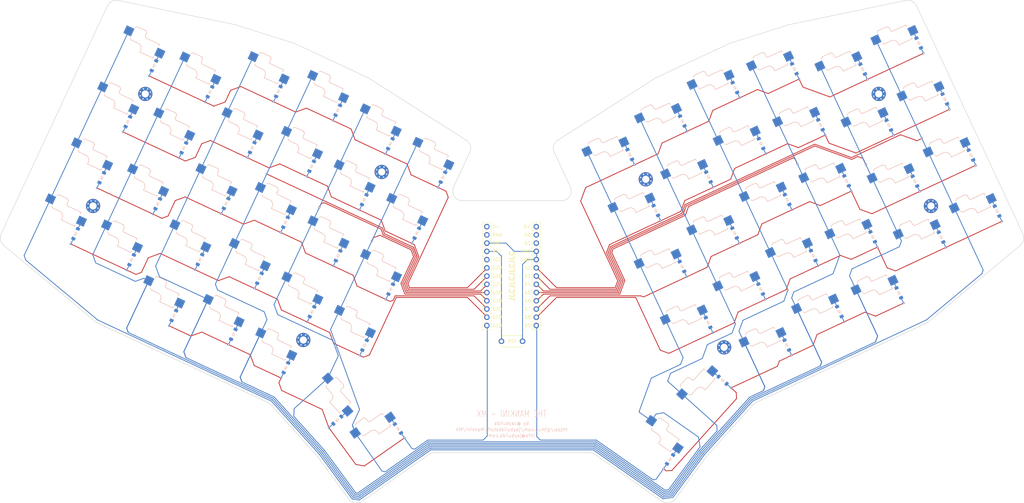
<source format=kicad_pcb>
(kicad_pcb (version 20240108) (generator "pcbnew") (generator_version "8.0")
  (title_block (title "mx") (date "2024-12-23") (rev "v1.0.0") (company "Unknown"))
  (layers (0 "F.Cu" signal) (31 "B.Cu" signal) (34 "B.Paste" user) (35 "F.Paste" user) (36 "B.SilkS" user "B.Silkscreen") (37 "F.SilkS" user "F.Silkscreen") (38 "B.Mask" user) (39 "F.Mask" user) (44 "Edge.Cuts" user))
  (net 0 "")
  (net 1 "G4")
  (net 2 "outer_bottom")
  (net 3 "GND")
  (net 4 "outer_home")
  (net 5 "outer_top")
  (net 6 "outer_num")
  (net 7 "G5")
  (net 8 "pinky_bottom")
  (net 9 "pinky_home")
  (net 10 "pinky_top")
  (net 11 "pinky_num")
  (net 12 "ring_mod")
  (net 13 "G6")
  (net 14 "ring_bottom")
  (net 15 "ring_home")
  (net 16 "ring_top")
  (net 17 "ring_num")
  (net 18 "middle_mod")
  (net 19 "G27")
  (net 20 "middle_bottom")
  (net 21 "middle_home")
  (net 22 "middle_top")
  (net 23 "middle_num")
  (net 24 "index_mod")
  (net 25 "G26")
  (net 26 "index_bottom")
  (net 27 "index_home")
  (net 28 "index_top")
  (net 29 "index_num")
  (net 30 "G18")
  (net 31 "inner_bottom")
  (net 32 "inner_home")
  (net 33 "inner_top")
  (net 34 "inner_num")
  (net 35 "select_fan")
  (net 36 "space_fan")
  (net 37 "mirror_outer_bottom")
  (net 38 "mirror_outer_home")
  (net 39 "mirror_outer_top")
  (net 40 "mirror_outer_num")
  (net 41 "mirror_pinky_bottom")
  (net 42 "mirror_pinky_home")
  (net 43 "mirror_pinky_top")
  (net 44 "mirror_pinky_num")
  (net 45 "mirror_ring_mod")
  (net 46 "mirror_ring_bottom")
  (net 47 "mirror_ring_home")
  (net 48 "mirror_ring_top")
  (net 49 "mirror_ring_num")
  (net 50 "mirror_middle_mod")
  (net 51 "mirror_middle_bottom")
  (net 52 "mirror_middle_home")
  (net 53 "mirror_middle_top")
  (net 54 "mirror_middle_num")
  (net 55 "mirror_index_mod")
  (net 56 "mirror_index_bottom")
  (net 57 "mirror_index_home")
  (net 58 "mirror_index_top")
  (net 59 "mirror_index_num")
  (net 60 "mirror_inner_bottom")
  (net 61 "mirror_inner_home")
  (net 62 "mirror_inner_top")
  (net 63 "mirror_inner_num")
  (net 64 "mirror_select_fan")
  (net 65 "mirror_space_fan")
  (net 66 "G19")
  (net 67 "G20")
  (net 68 "G28")
  (net 69 "G29")
  (net 70 "G10")
  (net 71 "G8")
  (net 72 "G7")
  (net 73 "G3")
  (net 74 "G2")
  (net 75 "G9")
  (net 76 "D-")
  (net 77 "RAW")
  (net 78 "RST")
  (net 79 "VCC")
  (net 80 "D+")
  (net 81 "G0")
  (net 82 "G1")
  (footprint "VIA-0.6mm" (layer "F.Cu") (at 336.233669 120.975446 25)
    (property "Reference" "REF**" (hide yes))
    (property "Value" "VIA-0.6mm" (hide yes))
  )
  (footprint "VIA-0.6mm" (layer "F.Cu") (at 344.284549 138.240606 25)
    (property "Reference" "REF**" (hide yes))
    (property "Value" "VIA-0.6mm" (hide yes))
  )
  (footprint "VIA-0.6mm" (layer "F.Cu") (at 171.584677 109.435315 -25)
    (property "Reference" "REF**" (hide yes))
    (property "Value" "VIA-0.6mm" (hide yes))
  )
  (footprint "MountingHole_2.2mm_M2_Pad_Via" (layer "F.Cu") (at 97.51838 90.924196 -25)
    (property "Reference" "_66" (hide yes))
    (property "Value" "")
  )
  (footprint "MountingHole_2.2mm_M2_Pad_Via" (layer "F.Cu") (at 251.792091 117.236709 25)
    (property "Reference" "_72" (hide yes))
    (property "Value" "")
  )
  (footprint "VIA-0.6mm" (layer "F.Cu") (at 280.74148 92.124339 25)
    (property "Reference" "REF**" (hide yes))
    (property "Value" "VIA-0.6mm" (hide yes))
  )
  (footprint "VIA-0.6mm" (layer "F.Cu") (at 336.892449 104.641688 25)
    (property "Reference" "REF**" (hide yes))
    (property "Value" "VIA-0.6mm" (hide yes))
  )
  (footprint "VIA-0.6mm" (layer "F.Cu") (at 298.558558 112.586675 25)
    (property "Reference" "REF**" (hide yes))
    (property "Value" "VIA-0.6mm" (hide yes))
  )
  (footprint "ceoloide:mcu_nice_nano" (layer "F.Cu") (at 210.42907 147.064889)
    (property "Reference" "MCU1" (hide yes))
    (property "Value" "")
  )
  (footprint "VIA-0.6mm" (layer "F.Cu") (at 337.39708 78.394239 25)
    (property "Reference" "REF**" (hide yes))
    (property "Value" "VIA-0.6mm" (hide yes))
  )
  (footprint "VIA-0.6mm" (layer "F.Cu") (at 104.850841 162.394212 -25)
    (property "Reference" "REF**" (hide yes))
    (property "Value" "VIA-0.6mm" (hide yes))
  )
  (footprint "VIA-0.6mm" (layer "F.Cu") (at 139.381167 178.495965 -25)
    (property "Reference" "REF**" (hide yes))
    (property "Value" "VIA-0.6mm" (hide yes))
  )
  (footprint "VIA-0.6mm" (layer "F.Cu") (at 179.74242 137.017128 -25)
    (property "Reference" "REF**" (hide yes))
    (property "Value" "VIA-0.6mm" (hide yes))
  )
  (footprint "VIA-0.6mm" (layer "F.Cu") (at 272.476878 164.55312 25)
    (property "Reference" "REF**" (hide yes))
    (property "Value" "VIA-0.6mm" (hide yes))
  )
  (footprint "VIA-0.6mm" (layer "F.Cu") (at 147.325177 116.383834 -25)
    (property "Reference" "REF**" (hide yes))
    (property "Value" "VIA-0.6mm" (hide yes))
  )
  (footprint "VIA-0.6mm" (layer "F.Cu") (at 177.407955 196.94024 35)
    (property "Reference" "REF**" (hide yes))
    (property "Value" "VIA-0.6mm" (hide yes))
  )
  (footprint "VIA-0.6mm" (layer "F.Cu") (at 163.640662 171.547451 -25)
    (property "Reference" "REF**" (hide yes))
    (property "Value" "VIA-0.6mm" (hide yes))
  )
  (footprint "VIA-0.6mm" (layer "F.Cu") (at 82.618709 119.918899 -25)
    (property "Reference" "REF**" (hide yes))
    (property "Value" "VIA-0.6mm" (hide yes))
  )
  (footprint "MountingHole_2.2mm_M2_Pad_Via" (layer "F.Cu") (at 339.70152 125.454522 25)
    (property "Reference" "_70" (hide yes))
    (property "Value" "")
  )
  (footprint "VIA-0.6mm" (layer "F.Cu") (at 320.131912 86.445115 25)
    (property "Reference" "REF**" (hide yes))
    (property "Value" "VIA-0.6mm" (hide yes))
  )
  (footprint "VIA-0.6mm" (layer "F.Cu") (at 171.69154 154.282284 -25)
    (property "Reference" "REF**" (hide yes))
    (property "Value" "VIA-0.6mm" (hide yes))
  )
  (footprint "MountingHole_2.2mm_M2_Pad_Via" (layer "F.Cu") (at 275.944731 169.032197 25)
    (property "Reference" "_69" (hide yes))
    (property "Value" "")
  )
  (footprint "VIA-0.6mm" (layer "F.Cu") (at 151.153597 125.92028 -25)
    (property "Reference" "REF**" (hide yes))
    (property "Value" "VIA-0.6mm" (hide yes))
  )
  (footprint "VIA-0.6mm" (layer "F.Cu") (at 315.164944 120.869552 25)
    (property "Reference" "REF**" (hide yes))
    (property "Value" "VIA-0.6mm" (hide yes))
  )
  (footprint "VIA-0.6mm" (layer "F.Cu") (at 312.944989 161.184988 25)
    (property "Reference" "REF**" (hide yes))
    (property "Value" "VIA-0.6mm" (hide yes))
  )
  (footprint "VIA-0.6mm" (layer "F.Cu") (at 272.583739 119.706143 25)
    (property "Reference" "REF**" (hide yes))
    (property "Value" "VIA-0.6mm" (hide yes))
  )
  (footprint "VIA-0.6mm" (layer "F.Cu") (at 107.934744 110.704613 -25)
    (property "Reference" "REF**" (hide yes))
    (property "Value" "VIA-0.6mm" (hide yes))
  )
  (footprint "VIA-0.6mm" (layer "F.Cu") (at 288.792354 109.389497 25)
    (property "Reference" "REF**" (hide yes))
    (property "Value" "VIA-0.6mm" (hide yes))
  )
  (footprint "VIA-0.6mm" (layer "F.Cu") (at 307.114062 103.604385 25)
    (property "Reference" "REF**" (hide yes))
    (property "Value" "VIA-0.6mm" (hide yes))
  )
  (footprint "VIA-0.6mm" (layer "F.Cu") (at 304.894111 143.919825 25)
    (property "Reference" "REF**" (hide yes))
    (property "Value" "VIA-0.6mm" (hide yes))
  )
  (footprint "VIA-0.6mm" (layer "F.Cu") (at 319.627285 112.692564 25)
    (property "Reference" "REF**" (hide yes))
    (property "Value" "VIA-0.6mm" (hide yes))
  )
  (footprint "VIA-0.6mm" (layer "F.Cu") (at 288.685492 154.236476 25)
    (property "Reference" "REF**" (hide yes))
    (property "Value" "VIA-0.6mm" (hide yes))
  )
  (footprint "VIA-0.6mm" (layer "F.Cu") (at 112.901718 145.12905 -25)
    (property "Reference" "REF**" (hide yes))
    (property "Value" "VIA-0.6mm" (hide yes))
  )
  (footprint "VIA-0.6mm" (layer "F.Cu") (at 74.567827 137.184059 -25)
    (property "Reference" "REF**" (hide yes))
    (property "Value" "VIA-0.6mm" (hide yes))
  )
  (footprint "VIA-0.6mm" (layer "F.Cu") (at 264.425999 147.287957 25)
    (property "Reference" "REF**" (hide yes))
    (property "Value" "VIA-0.6mm" (hide yes))
  )
  (footprint "VIA-0.6mm" (layer "F.Cu") (at 129.003472 110.598724 -25)
    (property "Reference" "REF**" (hide yes))
    (property "Value" "VIA-0.6mm" (hide yes))
  )
  (footprint "VIA-0.6mm" (layer "F.Cu") (at 361.549707 130.189734 25)
    (property "Reference" "REF**" (hide yes))
    (property "Value" "VIA-0.6mm" (hide yes))
  )
  (footprint "VIA-0.6mm" (layer "F.Cu") (at 139.274306 133.648994 -25)
    (property "Reference" "REF**" (hide yes))
    (property "Value" "VIA-0.6mm" (hide yes))
  )
  (footprint "VIA-0.6mm" (layer "F.Cu") (at 134.944981 115.603632 -25)
    (property "Reference" "REF**" (hide yes))
    (property "Value" "VIA-0.6mm" (hide yes))
  )
  (footprint "VIA-0.6mm" (layer "F.Cu") (at 353.49883 112.924568 25)
    (property "Reference" "REF**" (hide yes))
    (property "Value" "VIA-0.6mm" (hide yes))
  )
  (footprint "VIA-0.6mm" (layer "F.Cu") (at 299.063184 86.339227 25)
    (property "Reference" "REF**" (hide yes))
    (property "Value" "VIA-0.6mm" (hide yes))
  )
  (footprint "VIA-0.6mm" (layer "F.Cu") (at 98.720461 85.38857 -25)
    (property "Reference" "REF**" (hide yes))
    (property "Value" "VIA-0.6mm" (hide yes))
  )
  (footprint "VIA-0.6mm" (layer "F.Cu") (at 296.843235 126.654661 25)
    (property "Reference" "REF**" (hide yes))
    (property "Value" "VIA-0.6mm" (hide yes))
  )
  (footprint "VIA-0.6mm" (layer "F.Cu") (at 120.952598 127.863884 -25)
    (property "Reference" "REF**" (hide yes))
    (property "Value" "VIA-0.6mm" (hide yes))
  )
  (footprint "VIA-0.6mm" (layer "F.Cu") (at 248.324244 112.757629 25)
    (property "Reference" "REF**" (hide yes))
    (property "Value" "VIA-0.6mm" (hide yes))
  )
  (footprint "VIA-0.6mm" (layer "F.Cu") (at 137.054351 93.33356 -25)
    (property "Reference" "REF**" (hide yes))
    (property "Value" "VIA-0.6mm" (hide yes))
  )
  (footprint "VIA-0.6mm" (layer "F.Cu") (at 155.48292 143.96564 -25)
    (property "Reference" "REF**" (hide yes))
    (property "Value" "VIA-0.6mm" (hide yes))
  )
  (footprint "VIA-0.6mm" (layer "F.Cu") (at 257.267153 206.432931 -35)
    (property "Reference" "REF**" (hide yes))
    (property "Value" "VIA-0.6mm" (hide yes))
  )
  (footprint "VIA-0.6mm" (layer "F.Cu") (at 131.223425 150.914154 -25)
    (property "Reference" "REF**" (hide yes))
    (property "Value" "VIA-0.6mm" (hide yes))
  )
  (footprint "VIA-0.6mm" (layer "F.Cu") (at 90.669583 102.653736 -25)
    (property "Reference" "REF**" (hide yes))
    (property "Value" "VIA-0.6mm" (hide yes))
  )
  (footprint "VIA-0.6mm" (layer "F.Cu") (at 91.832992 145.234943 -25)
    (property "Reference" "REF**" (hide yes))
    (property "Value" "VIA-0.6mm" (hide yes))
  )
  (footprint "VIA-0.6mm" (layer "F.Cu") (at 280.634617 136.971309 25)
    (property "Reference" "REF**" (hide yes))
    (property "Value" "VIA-0.6mm" (hide yes))
  )
  (footprint "ceoloide:reset_switch_tht_top" (layer "F.Cu") (at 210.559072 167.159892 180)
    (property "Reference" "RST1" (hide yes))
    (property "Value" "")
  )
  (footprint "VIA-0.6mm" (layer "F.Cu") (at 345.447956 95.659405 25)
    (property "Reference" "REF**" (hide yes))
    (property "Value" "VIA-0.6mm" (hide yes))
  )
  (footprint "VIA-0.6mm" (layer "F.Cu") (at 167.362214 136.236928 -25)
    (property "Reference" "REF**" (hide yes))
    (property "Value" "VIA-0.6mm" (hide yes))
  )
  (footprint "VIA-0.6mm" (layer "F.Cu") (at 154.113071 193.823305 -48)
    (property "Reference" "REF**" (hide yes))
    (property "Value" "VIA-0.6mm" (hide yes))
  )
  (footprint "VIA-0.6mm" (layer "F.Cu") (at 163.5338 126.700473 -25)
    (property "Reference" "REF**" (hide yes))
    (property "Value" "VIA-0.6mm" (hide yes))
  )
  (footprint "VIA-0.6mm" (layer "F.Cu") (at 323.215819 138.134718 25)
    (property "Reference" "REF**" (hide yes))
    (property "Value" "VIA-0.6mm" (hide yes))
  )
  (footprint "VIA-0.6mm" (layer "F.Cu") (at 115.985624 93.43945 -25)
    (property "Reference" "REF**" (hide yes))
    (property "Value" "VIA-0.6mm" (hide yes))
  )
  (footprint "VIA-0.6mm" (layer "F.Cu") (at 99.883871 127.969775 -25)
    (property "Reference" "REF**" (hide yes))
    (property "Value" "VIA-0.6mm" (hide yes))
  )
  (footprint "MountingHole_2.2mm_M2_Pad_Via" (layer "F.Cu") (at 146.229959 166.766427 -25)
    (property "Reference" "_68" (hide yes))
    (property "Value" "")
  )
  (footprint "VIA-0.6mm" (layer "F.Cu") (at 264.532859 102.44098 25)
    (property "Reference" "REF**" (hide yes))
    (property "Value" "VIA-0.6mm" (hide yes))
  )
  (footprint "MountingHole_2.2mm_M2_Pad_Via" (layer "F.Cu") (at 323.599768 90.924196 25)
    (property "Reference" "_71" (hide yes))
    (property "Value" "")
  )
  (footprint "VIA-0.6mm" (layer "F.Cu") (at 331.266697 155.399879 25)
    (property "Reference" "REF**" (hide yes))
    (property "Value" "VIA-0.6mm" (hide yes))
  )
  (footprint "MountingHole_2.2mm_M2_Pad_Via" (layer "F.Cu") (at 81.416624 125.454525 -25)
    (property "Reference" "_67" (hide yes))
    (property "Value" "")
  )
  (footprint "VIA-0.6mm" (layer "F.Cu") (at 123.172552 168.179319 -25)
    (property "Reference" "REF**" (hide yes))
    (property "Value" "VIA-0.6mm" (hide yes))
  )
  (footprint "VIA-0.6mm" (layer "F.Cu") (at 147.432042 161.230803 -25)
    (property "Reference" "REF**" (hide yes))
    (property "Value" "VIA-0.6mm" (hide yes))
  )
  (footprint "VIA-0.6mm" (layer "F.Cu") (at 187.793297 119.75196 -25)
    (property "Reference" "REF**" (hide yes))
    (property "Value" "VIA-0.6mm" (hide yes))
  )
  (footprint "MountingHole_2.2mm_M2_Pad_Via" (layer "F.Cu") (at 170.382596 114.970937 -25)
    (property "Reference" "_65" (hide yes))
    (property "Value" "")
  )
  (footprint "VIA-0.6mm" (layer "F.Cu") (at 296.736372 171.501634 25)
    (property "Reference" "REF**" (hide yes))
    (property "Value" "VIA-0.6mm" (hide yes))
  )
  (footprint "VIA-0.6mm" (layer "F.Cu") (at 256.375121 130.022791 25)
    (property "Reference" "REF**" (hide yes))
    (property "Value" "VIA-0.6mm" (hide yes))
  )
  (footprint "VIA-0.6mm" (layer "F.Cu") (at 328.182788 103.710285 25)
    (property "Reference" "REF**" (hide yes))
    (property "Value" "VIA-0.6mm" (hide yes))
  )
  (footprint "VIA-0.6mm" (layer "F.Cu") (at 155.37606 99.118667 -25)
    (property "Reference" "REF**" (hide yes))
    (property "Value" "VIA-0.6mm" (hide yes))
  )
  (footprint "VIA-0.6mm" (layer "F.Cu") (at 278.079188 181.524263 48)
    (property "Reference" "REF**" (hide yes))
    (property "Value" "VIA-0.6mm" (hide yes))
  )
  (footprint "ceoloide:diode_tht_sod123" (layer "B.Cu") (at 173.063841 106.263238 65)
    (property "Reference" "D23" (hide yes))
    (property "Value" "")
  )
  (footprint "ceoloide:switch_choc_v1_v2" (layer "B.Cu") (at 247.184952 129.89473 25)
    (property "Reference" "S55" (hide yes))
    (property "Value" "")
  )
  (footprint "ceoloide:switch_choc_v1_v2" (layer "B.Cu") (at 310.941743 86.317053 25)
    (property "Reference" "S37" (hide yes))
    (property "Value" "")
  )
  (footprint "ceoloide:diode_tht_sod123" (layer "B.Cu") (at 114.38088 141.956969 65)
    (property "Reference" "D10" (hide yes))
    (property "Value" "")
  )
  (footprint "ceoloide:diode_tht_sod123" (layer "B.Cu") (at 287.313191 106.217421 115)
    (property "Reference" "D46" (hide yes))
    (property "Value" "")
  )
  (footprint "ceoloide:switch_choc_v1_v2" (layer "B.Cu") (at 141.515956 109.26143 -25)
    (property "Reference" "S17" (hide yes))
    (property "Value" "")
  )
  (footprint "ceoloide:diode_tht_sod123" (layer "B.Cu") (at 343.968795 92.487325 115)
    (property "Reference" "D32" (hide yes))
    (property "Value" "")
  )
  (footprint "ceoloide:diode_tht_sod123" (layer "B.Cu") (at 189.272461 116.579886 65)
    (property "Reference" "D27" (hide yes))
    (property "Value" "")
  )
  (footprint "ceoloide:diode_tht_sod123" (layer "B.Cu") (at 124.651714 165.00724 65)
    (property "Reference" "D14" (hide yes))
    (property "Value" "")
  )
  (footprint "ceoloide:switch_choc_v1_v2" (layer "B.Cu") (at 328.20691 78.266175 25)
    (property "Reference" "S33" (hide yes))
    (property "Value" "")
  )
  (footprint "ceoloide:switch_choc_v1_v2" (layer "B.Cu") (at 279.495323 154.108407 25)
    (property "Reference" "S49" (hide yes))
    (property "Value" "")
  )
  (footprint "ceoloide:diode_tht_sod123" (layer "B.Cu") (at 254.895952 126.850713 115)
    (property "Reference" "D55" (hide yes))
    (property "Value" "")
  )
  (footprint "ceoloide:diode_tht_sod123" (layer "B.Cu") (at 313.685779 117.697475 115)
    (property "Reference" "D40" (hide yes))
    (property "Value" "")
  )
  (footprint "ceoloide:switch_choc_v1_v2" (layer "B.Cu") (at 287.65306 126.526594 25)
    (property "Reference" "S45" (hide yes))
    (property "Value" "")
  )
  (footprint "ceoloide:switch_choc_v1_v2" (layer "B.Cu") (at 115.143373 120.741485 -25)
    (property "Reference" "S11" (hide yes))
    (property "Value" "")
  )
  (footprint "ceoloide:diode_tht_sod123" (layer "B.Cu") (at 106.330003 159.222134 65)
    (property "Reference" "D9" (hide yes))
    (property "Value" "")
  )
  (footprint "ceoloide:diode_tht_sod123" (layer "B.Cu") (at 109.413909 107.532539 65)
    (property "Reference" "D7" (hide yes))
    (property "Value" "")
  )
  (footprint "ceoloide:switch_choc_v1_v2" (layer "B.Cu") (at 295.703942 143.791759 25)
    (property "Reference" "S44" (hide yes))
    (property "Value" "")
  )
  (footprint "ceoloide:diode_tht_sod123" (layer "B.Cu") (at 259.274668 203.565898 55)
    (property "Reference" "D58" (hide yes))
    (property "Value" "")
  )
  (footprint "ceoloide:switch_choc_v1_v2" (layer "B.Cu") (at 102.12552 103.582219 -25)
    (property "Reference" "S7" (hide yes))
    (property "Value" "")
  )
  (footprint "ceoloide:diode_tht_sod123" (layer "B.Cu") (at 287.206331 151.064395 115)
    (property "Reference" "D49" (hide yes))
    (property "Value" "")
  )
  (footprint "ceoloide:diode_tht_sod123" (layer "B.Cu") (at 173.170699 151.110216 65)
    (property "Reference" "D25" (hide yes))
    (property "Value" "")
  )
  (footprint "ceoloide:diode_tht_sod123" (layer "B.Cu") (at 156.855224 95.946591 65)
    (property "Reference" "D18" (hide yes))
    (property "Value" "")
  )
  (footprint "ceoloide:diode_tht_sod123" (layer "B.Cu") (at 140.860332 175.323891 65)
    (property "Reference" "D19" (hide yes))
    (property "Value" "")
  )
  (footprint "ceoloide:diode_tht_sod123" (layer "B.Cu") (at 181.221582 133.84505 65)
    (property "Reference" "D26" (hide yes))
    (property "Value" "")
  )
  (footprint "ceoloide:switch_choc_v1_v2" (layer "B.Cu") (at 149.566837 91.996269 -25)
    (property "Reference" "S18" (hide yes))
    (property "Value" "")
  )
  (footprint "ceoloide:switch_choc_v1_v2" (layer "B.Cu") (at 133.571944 171.373568 -25)
    (property "Reference" "S19" (hide yes))
    (property "Value" "")
  )
  (footprint "ceoloide:diode_tht_sod123" (layer "B.Cu") (at 321.736659 134.96264 115)
    (property "Reference" "D39" (hide yes))
    (property "Value" "")
  )
  (footprint "ceoloide:switch_choc_v1_v2" (layer "B.Cu") (at 76.809478 112.796498 -25)
    (property "Reference" "S2" (hide yes))
    (property "Value" "")
  )
  (footprint "ceoloide:switch_choc_v1_v2" (layer "B.Cu") (at 255.342692 102.31292 25)
    (property "Reference" "S52" (hide yes))
    (property "Value" "")
  )
  (footprint "ceoloide:diode_tht_sod123" (layer "B.Cu") (at 279.155447 133.799228 115)
    (property "Reference" "D50" (hide yes))
    (property "Value" "")
  )
  (footprint "ceoloide:diode_tht_sod123" (layer "B.Cu") (at 360.070542 127.017654 115)
    (property "Reference" "D30" (hide yes))
    (property "Value" "")
  )
  (footprint "ceoloide:diode_tht_sod123" (layer "B.Cu") (at 295.257205 168.329557 115)
    (property "Reference" "D48" (hide yes))
    (property "Value" "")
  )
  (footprint "ceoloide:diode_tht_sod123" (layer "B.Cu") (at 175.400439 194.07321 125)
    (property "Reference" "D29" (hide yes))
    (property "Value" "")
  )
  (footprint "ceoloide:switch_choc_v1_v2" (layer "B.Cu") (at 279.602182 109.26143 25)
    (property "Reference" "S46" (hide yes))
    (property "Value" "")
  )
  (footprint "ceoloide:diode_tht_sod123" (layer "B.Cu") (at 262.946833 144.115879 115)
    (property "Reference" "D54" (hide yes))
    (property "Value" "")
  )
  (footprint "ceoloide:diode_tht_sod123" (layer "B.Cu") (at 311.465827 158.012911 115)
    (property "Reference" "D43" (hide yes))
    (property "Value" "")
  )
  (footprint "ceoloide:diode_tht_sod123" (layer "B.Cu") (at 100.199622 82.216494 65)
    (property "Reference" "D4" (hide yes))
    (property "Value" "")
  )
  (footprint "ceoloide:switch_choc_v1_v2" (layer "B.Cu") (at 123.194251 103.476323 -25)
    (property "Reference" "S12" (hide yes))
    (property "Value" "")
  )
  (footprint "ceoloide:diode_tht_sod123" (layer "B.Cu") (at 138.533512 90.161475 65)
    (property "Reference" "D13" (hide yes))
    (property "Value" "")
  )
  (footprint "ceoloide:diode_tht_sod123" (layer "B.Cu") (at 84.097869 116.746824 65)
    (property "Reference" "D2" (hide yes))
    (property "Value" "")
  )
  (footprint "ceoloide:diode_tht_sod123" (layer "B.Cu") (at 295.364066 123.482582 115)
    (property "Reference" "D45" (hide yes))
    (property "Value" "")
  )
  (footprint "ceoloide:diode_tht_sod123" (layer "B.Cu") (at 76.046991 134.011986 65)
    (property "Reference" "D1" (hide yes))
    (property "Value" "")
  )
  (footprint "ceoloide:diode_tht_sod123" (layer "B.Cu") (at 271.104574 116.534068 115)
    (property "Reference" "D51" (hide yes))
    (property "Value" "")
  )
  (footprint "ceoloide:diode_tht_sod123" (layer "B.Cu") (at 140.753467 130.476916 65)
    (property "Reference" "D16" (hide yes))
    (property "Value" "")
  )
  (footprint "ceoloide:switch_choc_v1_v2" (layer "B.Cu") (at 263.286708 164.425054 25)
    (property "Reference" "S53" (hide yes))
    (property "Value" "")
  )
  (footprint "ceoloide:switch_choc_v1_v2" (layer "B.Cu") (at 92.911234 78.266175 -25)
    (property "Reference" "S4" (hide yes))
    (property "Value" "")
  )
  (footprint "ceoloide:switch_choc_v1_v2" (layer "B.Cu") (at 305.974771 120.741488 25)
    (property "Reference" "S40" (hide yes))
    (property "Value" "")
  )
  (footprint "ceoloide:diode_tht_sod123" (layer "B.Cu") (at 303.414945 140.747746 115)
    (property "Reference" "D44" (hide yes))
    (property "Value" "")
  )
  (footprint "ceoloide:switch_choc_v1_v2" (layer "B.Cu") (at 157.831441 164.425053 -25)
    (property "Reference" "S24" (hide yes))
    (property "Value" "")
  )
  (footprint "ceoloide:switch_choc_v1_v2" (layer "B.Cu") (at 271.444444 136.84324 25)
    (property "Reference" "S50" (hide yes))
    (property "Value" "")
  )
  (footprint "ceoloide:diode_tht_sod123" (layer "B.Cu") (at 130.482638 107.426644 65)
    (property "Reference" "D12" (hide yes))
    (property "Value" "")
  )
  (footprint "ceoloide:switch_choc_v1_v2" (layer "B.Cu") (at 165.882311 147.159892 -25)
    (property "Reference" "S25" (hide yes))
    (property "Value" "")
  )
  (footprint "ceoloide:diode_tht_sod123" (layer "B.Cu") (at 342.805387 135.068529 115)
    (property "Reference" "D34" (hide yes))
    (property "Value" "")
  )
  (footprint "ceoloide:switch_choc_v1_v2" (layer "B.Cu") (at 269.56955 184.997263 48)
    (property "Reference" "S57" (hide yes))
    (property "Value" "")
  )
  (footprint "ceoloide:diode_tht_sod123" (layer "B.Cu") (at 122.431759 124.69181 65)
    (property "Reference" "D11" (hide yes))
    (property "Value" "")
  )
  (footprint "ceoloide:switch_choc_v1_v2" (layer "B.Cu") (at 297.923894 103.476324 25)
    (property "Reference" "S41" (hide yes))
    (property "Value" "")
  )
  (footprint "ceoloide:switch_choc_v1_v2" (layer "B.Cu") (at 94.074643 120.84738 -25)
    (property "Reference" "S6" (hide yes))
    (property "Value" "")
  )
  (footprint "ceoloide:diode_tht_sod123" (layer "B.Cu") (at 117.464788 90.267371 65)
    (property "Reference" "D8" (hide yes))
    (property "Value" "")
  )
  (footprint "ceoloide:switch_choc_v1_v2" (layer "B.Cu") (at 131.245126 86.211161 -25)
    (property "Reference" "S13" (hide yes))
    (property "Value" "")
  )
  (footprint "ceoloide:switch_choc_v1_v2" (layer "B.Cu") (at 86.023764 138.11254 -25)
    (property "Reference" "S5" (hide yes))
    (property "Value" "")
  )
  (footprint "ceoloide:switch_choc_v1_v2" (layer "B.Cu") (at 107.092496 138.006651 -25)
    (property "Reference" "S10" (hide yes))
    (property "Value" "")
  )
  (footprint "ceoloide:diode_tht_sod123" (layer "B.Cu") (at 165.119823 168.375374 65)
    (property "Reference" "D24" (hide yes))
    (property "Value" "")
  )
  (footprint "ceoloide:switch_choc_v1_v2" (layer "B.Cu") (at 255.235829 147.159893 25)
    (property "Reference" "S54" (hide yes))
    (property "Value" "")
  )
  (footprint "ceoloide:switch_choc_v1_v2" (layer "B.Cu") (at 173.933194 129.894727 -25)
    (property "Reference" "S26" (hide yes))
    (property "Value" "")
  )
  (footprint "ceoloide:diode_tht_sod123" (layer "B.Cu") (at 263.053696 99.268907 115)
    (property "Reference" "D52" (hide yes))
    (property "Value" "")
  )
  (footprint "ceoloide:diode_tht_sod123" (layer "B.Cu") (at 329.787534 152.227803 115)
    (property "Reference" "D38" (hide yes))
    (property "Value" "")
  )
  (footprint "ceoloide:diode_tht_sod123" (layer "B.Cu") (at 335.917912 75.22216 115)
    (property "Reference" "D33" (hide yes))
    (property "Value" "")
  )
  (footprint "ceoloide:diode_tht_sod123" (layer "B.Cu") (at 165.012963 123.528399 65)
    (property "Reference" "D22" (hide yes))
    (property "Value" "")
  )
  (footprint "ceoloide:diode_tht_sod123" (layer "B.Cu") (at 156.714076 191.481352 42)
    (property "Reference" "D28" (hide yes))
    (property "Value" "")
  )
  (footprint "ceoloide:switch_choc_v1_v2" (layer "B.Cu") (at 151.548591 184.997266 -48)
    (property "Reference" "S28" (hide yes))
    (property "Value" "")
  )
  (footprint "ceoloide:diode_tht_sod123" (layer "B.Cu") (at 148.804347 113.211751 65)
    (property "Reference" "D17" (hide yes))
    (property "Value" "")
  )
  (footprint "ceoloide:switch_choc_v1_v2" (layer "B.Cu") (at 344.30866 112.796502 25)
    (property "Reference" "S31" (hide yes))
    (property "Value" "")
  )
  (footprint "ceoloide:diode_tht_sod123" (layer "B.Cu") (at 305.6349 100.432312 115)
    (property "Reference" "D41" (hide yes))
    (property "Value" "")
  )
  (footprint "ceoloide:diode_tht_sod123" (layer "B.Cu") (at 132.702592 147.742081 65)
    (property "Reference" "D15" (hide yes))
    (property "Value" "")
  )
  (footprint "ceoloide:switch_choc_v1_v2" (layer "B.Cu") (at 165.775453 102.312918 -25)
    (property "Reference" "S23" (hide yes))
    (property "Value" "")
  )
  (footprint "ceoloide:switch_choc_v1_v2" (layer "B.Cu") (at 125.414204 143.791756 -25)
    (property "Reference" "S15" (hide yes))
    (property "Value" "")
  )
  (footprint "ceoloide:diode_tht_sod123" (layer "B.Cu") (at 352.01967 109.752491 115)
    (property "Reference" "D31" (hide yes))
    (property "Value" "")
  )
  (footprint "ceoloide:switch_choc_v1_v2" (layer "B.Cu") (at 99.041616 155.27181 -25)
    (property "Reference" "S9" (hide yes))
    (property "Value" "")
  )
  (footprint "ceoloide:diode_tht_sod123" (layer "B.Cu") (at 326.703625 100.538209 115)
    (property "Reference" "D36" (hide yes))
    (property "Value" "")
  )
  (footprint "ceoloide:diode_tht_sod123" (layer "B.Cu") (at 279.262313 88.952255 115)
    (property "Reference" "D47" (hide yes))
    (property "Value" "")
  )
  (footprint "ceoloide:switch_choc_v1_v2" (layer "B.Cu") (at 141.622821 154.108407 -25)
    (property "Reference" "S20" (hide yes))
    (property "Value" "")
  )
  (footprint "ceoloide:switch_choc_v1_v2" (layer "B.Cu") (at 110.176397 86.317054 -25)
    (property "Reference" "S8" (hide yes))
    (property "Value" "")
  )
  (footprint "ceoloide:switch_choc_v1_v2" (layer "B.Cu") (at 303.754818 161.056922 25)
    (property "Reference" "S43" (hide yes))
    (property "Value" "")
  )
  (footprint "ceoloide:switch_choc_v1_v2" (layer "B.Cu") (at 287.546202 171.37357 25)
    (property "Reference" "S48" (hide yes))
    (property "Value" "")
  )
  (footprint "ceoloide:switch_choc_v1_v2" (layer "B.Cu") (at 239.134073 112.629566 25)
    (property "Reference" "S56" (hide yes))
    (property "Value" "")
  )
  (footprint "ceoloide:switch_choc_v1_v2" (layer "B.Cu") (at 263.393564 119.578077 25)
    (property "Reference" "S51" (hide yes))
    (property "Value" "")
  )
  (footprint "ceoloide:switch_choc_v1_v2" (layer "B.Cu") (at 336.257786 95.531338 25)
    (property "Reference" "S32" (hide yes))
    (property "Value" "")
  )
  (footprint "ceoloide:switch_choc_v1_v2" (layer "B.Cu") (at 314.025652 138.006649 25)
    (property "Reference" "S39" (hide yes))
    (property "Value" "")
  )
  (footprint "ceoloide:switch_choc_v1_v2" (layer "B.Cu") (at 327.043497 120.847377 25)
    (property "Reference" "S35" (hide yes))
    (property "Value" "")
  )
  (footprint "ceoloide:diode_tht_sod123" (layer "B.Cu") (at 101.363032 124.797698 65)
    (property "Reference" "D6" (hide yes))
    (property "Value" "")
  )
  (footprint "ceoloide:switch_choc_v1_v2" (layer "B.Cu") (at 168.335168 198.409974 35)
    (property "Reference" "S29" (hide yes))
    (property "Value" "")
  )
  (footprint "ceoloide:switch_choc_v1_v2" (layer "B.Cu") (at 133.465078 126.526594 -25)
    (property "Reference" "S16" (hide yes))
    (property "Value" "")
  )
  (footprint "ceoloide:diode_tht_sod123" (layer "B.Cu") (at 148.911205 158.058724 65)
    (property "Reference" "D20" (hide yes))
    (property "Value" "")
  )
  (footprint "ceoloide:diode_tht_sod123" (layer "B.Cu") (at 318.652751 83.273042 115)
    (property "Reference" "D37" (hide yes))
    (property "Value" "")
  )
  (footprint "ceoloide:switch_choc_v1_v2" (layer "B.Cu") (at 181.984073 112.629561 -25)
    (property "Reference" "S27" (hide yes))
    (property "Value" "")
  )
  (footprint "ceoloide:diode_tht_sod123" (layer "B.Cu") (at 297.58402 83.167147 115)
    (property "Reference" "D42" (hide yes))
    (property "Value" "")
  )
  (footprint "ceoloide:diode_tht_sod123" (layer "B.Cu") (at 334.754507 117.803368 115)
    (property "Reference" "D35" (hide yes))
    (property "Value" "")
  )
  (footprint "ceoloide:diode_tht_sod123" (layer "B.Cu") (at 156.962088 140.79356 65)
    (property "Reference" "D21" (hide yes))
    (property "Value" "")
  )
  (footprint "ceoloide:switch_choc_v1_v2" (layer "B.Cu") (at 318.992621 103.582215 25)
    (property "Reference" "S36" (hide yes))
    (property "Value" "")
  )
  (footprint "ceoloide:diode_tht_sod123" (layer "B.Cu") (at 246.845076 109.585553 115)
    (property "Reference" "D56" (hide yes))
    (property "Value" "")
  )
  (footprint "ceoloide:diode_tht_sod123" (layer "B.Cu") (at 93.312159 142.062864 65)
    (property "Reference" "D5" (hide yes))
    (property "Value" "")
  )
  (footprint "ceoloide:switch_choc_v1_v2" (layer "B.Cu") (at 335.094379 138.112543 25)
    (property "Reference" "S34" (hide yes))
    (property "Value" "")
  )
  (footprint "ceoloide:switch_choc_v1_v2" (layer "B.Cu") (at 252.782974 198.409976 -35)
    (property "Reference" "S58" (hide yes))
    (property "Value" "")
  )
  (footprint "ceoloide:switch_choc_v1_v2" (layer "B.Cu") (at 149.673701 136.843239 -25)
    (property "Reference" "S21" (hide yes))
    (property "Value" "")
  )
  (footprint "ceoloide:switch_choc_v1_v2" (layer "B.Cu") (at 68.758601 130.061668 -25)
    (property "Reference" "S1" (hide yes))
    (property "Value" "")
  )
  (footprint "ceoloide:switch_choc_v1_v2" (layer "B.Cu") (at 157.724574 119.578075 -25)
    (property "Reference" "S22" (hide yes))
    (property "Value" "")
  )
  (footprint "ceoloide:diode_tht_sod123" (layer "B.Cu") (at 275.47818 179.182305 138)
    (property "Reference" "D57" (hide yes))
    (property "Value" "")
  )
  (footprint "ceoloide:switch_choc_v1_v2" (layer "B.Cu") (at 289.873016 86.21116 25)
    (property "Reference" "S42" (hide yes))
    (property "Value" "")
  )
  (footprint "ceoloide:switch_choc_v1_v2" (layer "B.Cu") (at 117.363323 161.056924 -25)
    (property "Reference" "S14" (hide yes))
    (property "Value" "")
  )
  (footprint "ceoloide:switch_choc_v1_v2" (layer "B.Cu") (at 352.359538 130.061664 25)
    (property "Reference" "S30" (hide yes))
    (property "Value" "")
  )
  (footprint "ceoloide:diode_tht_sod123" (layer "B.Cu") (at 270.997715 161.381044 115)
    (property "Reference" "D53" (hide yes))
    (property "Value" "")
  )
  (footprint "ceoloide:switch_choc_v1_v2" (layer "B.Cu") (at 84.860359 95.531338 -25)
    (property "Reference" "S3" (hide yes))
    (property "Value" "")
  )
  (footprint "ceoloide:switch_choc_v1_v2" (layer "B.Cu") (at 322.076529 155.271813 25)
    (property "Reference" "S38" (hide yes))
    (property "Value" "")
  )
  (footprint "ceoloide:diode_tht_sod123" (layer "B.Cu") (at 92.148745 99.481658 65)
    (property "Reference" "D3" (hide yes))
    (property "Value" "")
  )
  (footprint "ceoloide:switch_choc_v1_v2" (layer "B.Cu") (at 271.551302 91.996271 25)
    (property "Reference" "S47" (hide yes))
    (property "Value" "")
  )
  (gr_line (start 186.724987 201.485811) (end 234.393155 201.485811) (stroke (width 0.15)) (layer "Edge.Cuts"))
  (gr_line (start 136.275066 186.752614) (end 150.521764 202.575171) (stroke (width 0.15)) (layer "Edge.Cuts"))
  (gr_line (start 164.384738 216.4663) (end 185.004263 202.028355) (stroke (width 0.15)) (layer "Edge.Cuts"))
  (gr_line (start 85.849769 63.772865) (end 53.090587 134.025148) (stroke (width 0.15)) (layer "Edge.Cuts"))
  (gr_arc (start 331.940618 62.103144) (mid 333.894844 62.359338) (end 335.268367 63.772862) (stroke (width 0.15)) (layer "Edge.Cuts"))
  (gr_line (start 260.87169 215.785194) (end 270.408265 202.806209) (stroke (width 0.15)) (layer "Edge.Cuts"))
  (gr_arc (start 228.550015 119.568663) (mid 228.36127 122.448417) (end 225.831093 123.836516) (stroke (width 0.15)) (layer "Edge.Cuts"))
  (gr_arc (start 185.004263 202.028355) (mid 185.82287 201.624647) (end 186.724987 201.485811) (stroke (width 0.15)) (layer "Edge.Cuts"))
  (gr_arc (start 82.74853 161.494268) (mid 82.410223 161.308903) (end 82.09849 161.08167) (stroke (width 0.15)) (layer "Edge.Cuts"))
  (gr_arc (start 295.785946 69.612235) (mid 295.932203 69.570104) (end 296.080408 69.535445) (stroke (width 0.15)) (layer "Edge.Cuts"))
  (gr_arc (start 53.890114 137.598633) (mid 52.8819 135.948028) (end 53.090587 134.025148) (stroke (width 0.15)) (layer "Edge.Cuts"))
  (gr_arc (start 254.74115 86.043303) (mid 254.909585 85.943668) (end 255.084154 85.855219) (stroke (width 0.15)) (layer "Edge.Cuts"))
  (gr_line (start 339.019655 161.081668) (end 367.22802 137.598626) (stroke (width 0.15)) (layer "Edge.Cuts"))
  (gr_arc (start 270.408265 202.806209) (mid 270.499457 202.688352) (end 270.596385 202.575165) (stroke (width 0.15)) (layer "Edge.Cuts"))
  (gr_arc (start 223.601613 108.956773) (mid 223.440561 106.848843) (end 224.70968 105.158079) (stroke (width 0.15)) (layer "Edge.Cuts"))
  (gr_line (start 166.03399 85.85522) (end 143.686268 75.434309) (stroke (width 0.15)) (layer "Edge.Cuts"))
  (gr_arc (start 234.393155 201.485811) (mid 235.295274 201.624662) (end 236.113885 202.028354) (stroke (width 0.15)) (layer "Edge.Cuts"))
  (gr_arc (start 135.314983 186.041785) (mid 135.830757 186.34894) (end 136.275068 186.752619) (stroke (width 0.15)) (layer "Edge.Cuts"))
  (gr_arc (start 150.521764 202.575171) (mid 150.618696 202.688351) (end 150.709878 202.806213) (stroke (width 0.15)) (layer "Edge.Cuts"))
  (gr_arc (start 125.037732 69.535447) (mid 125.185938 69.570107) (end 125.332196 69.612237) (stroke (width 0.15)) (layer "Edge.Cuts"))
  (gr_line (start 196.408462 105.158085) (end 166.376992 86.043312) (stroke (width 0.15)) (layer "Edge.Cuts"))
  (gr_arc (start 368.027549 134.025149) (mid 368.23626 135.948029) (end 367.22802 137.598626) (stroke (width 0.15)) (layer "Edge.Cuts"))
  (gr_line (start 225.831093 123.836516) (end 195.287048 123.836514) (stroke (width 0.15)) (layer "Edge.Cuts"))
  (gr_arc (start 196.408462 105.158085) (mid 197.677579 106.848841) (end 197.516529 108.956774) (stroke (width 0.15)) (layer "Edge.Cuts"))
  (gr_line (start 285.803155 186.041779) (end 338.369613 161.494266) (stroke (width 0.15)) (layer "Edge.Cuts"))
  (gr_line (start 295.785946 69.612235) (end 277.796427 75.292451) (stroke (width 0.15)) (layer "Edge.Cuts"))
  (gr_arc (start 195.287048 123.836514) (mid 192.756839 122.448424) (end 192.568125 119.568659) (stroke (width 0.15)) (layer "Edge.Cuts"))
  (gr_line (start 150.709878 202.806213) (end 160.246452 215.785194) (stroke (width 0.15)) (layer "Edge.Cuts"))
  (gr_line (start 82.74853 161.494268) (end 135.314983 186.041785) (stroke (width 0.15)) (layer "Edge.Cuts"))
  (gr_line (start 223.601613 108.956773) (end 228.550015 119.568663) (stroke (width 0.15)) (layer "Edge.Cuts"))
  (gr_line (start 277.431873 75.434306) (end 255.084154 85.855219) (stroke (width 0.15)) (layer "Edge.Cuts"))
  (gr_line (start 368.027549 134.025149) (end 335.268367 63.772862) (stroke (width 0.15)) (layer "Edge.Cuts"))
  (gr_line (start 236.113885 202.028354) (end 256.733406 216.4663) (stroke (width 0.15)) (layer "Edge.Cuts"))
  (gr_arc (start 164.384738 216.4663) (mid 162.176798 216.969022) (end 160.246452 215.785194) (stroke (width 0.15)) (layer "Edge.Cuts"))
  (gr_arc (start 85.849769 63.772865) (mid 87.223289 62.359318) (end 89.177524 62.103146) (stroke (width 0.15)) (layer "Edge.Cuts"))
  (gr_arc (start 284.843077 186.752618) (mid 285.28738 186.348933) (end 285.803155 186.041779) (stroke (width 0.15)) (layer "Edge.Cuts"))
  (gr_line (start 125.037732 69.535447) (end 89.177524 62.103146) (stroke (width 0.15)) (layer "Edge.Cuts"))
  (gr_line (start 53.890114 137.598633) (end 82.098487 161.081669) (stroke (width 0.15)) (layer "Edge.Cuts"))
  (gr_line (start 254.74115 86.043303) (end 224.70968 105.158079) (stroke (width 0.15)) (layer "Edge.Cuts"))
  (gr_line (start 143.321711 75.29245) (end 125.332196 69.612237) (stroke (width 0.15)) (layer "Edge.Cuts"))
  (gr_arc (start 143.321711 75.29245) (mid 143.506305 75.357429) (end 143.686268 75.434309) (stroke (width 0.15)) (layer "Edge.Cuts"))
  (gr_line (start 270.596385 202.575165) (end 284.843077 186.752618) (stroke (width 0.15)) (layer "Edge.Cuts"))
  (gr_line (start 331.940618 62.103144) (end 296.080408 69.535445) (stroke (width 0.15)) (layer "Edge.Cuts"))
  (gr_arc (start 339.019655 161.081668) (mid 338.707926 161.308908) (end 338.369613 161.494266) (stroke (width 0.15)) (layer "Edge.Cuts"))
  (gr_arc (start 260.87169 215.785194) (mid 258.941335 216.969071) (end 256.733406 216.4663) (stroke (width 0.15)) (layer "Edge.Cuts"))
  (gr_line (start 192.568125 119.568659) (end 197.516529 108.956774) (stroke (width 0.15)) (layer "Edge.Cuts"))
  (gr_arc (start 277.431875 75.43431) (mid 277.611837 75.357435) (end 277.796427 75.292451) (stroke (width 0.15)) (layer "Edge.Cuts"))
  (gr_arc (start 166.03399 85.85522) (mid 166.208562 85.943667) (end 166.376992 86.043312) (stroke (width 0.15)) (layer "Edge.Cuts"))
  (gr_text "THE MANKINI - MX" (at 210.42907 189.524889 0) (layer "B.SilkS") (effects (font (size 2 1.5) (thickness 0.1)) (justify mirror)))
  (gr_text "by @Jaybuilds" (at 215.812404 193.034889 0) (layer "B.SilkS") (effects (font (size 1 1) (thickness 0.1)) (justify left bottom mirror)))
  (gr_text "info@jaybuilds.com" (at 217.669546 196.804889 0) (layer "B.SilkS") (effects (font (size 1 1) (thickness 0.1)) (justify left bottom mirror)))
  (gr_text "https:/github.com/jaybuildsstuff/Mankini/MX\n" (at 227.717166 194.964889 0) (layer "B.SilkS") (effects (font (size 1 1) (thickness 0.1)) (justify left bottom mirror)))
  (gr_text "JLCJLCJLCJLC" (at 210.55907 147.064889 90) (layer "F.SilkS") (effects (font (size 1.5 1.5) (thickness 0.3) (bold yes))))
  (segment (start 263.888545 125.049445) (end 262.917744 127.716693) (width 0.25) (layer "F.Cu") (net 1))
  (segment (start 335.395569 105.339693) (end 330.318239 103.491697) (width 0.25) (layer "F.Cu") (net 1))
  (segment (start 243.380075 150.824517) (end 243.081484 151.644891) (width 0.25) (layer "F.Cu") (net 1))
  (segment (start 243.374627 150.81283) (end 243.380075 150.824517) (width 0.25) (layer "F.Cu") (net 1))
  (segment (start 240.903528 137.982093) (end 240.223228 139.851201) (width 0.25) (layer "F.Cu") (net 1))
  (segment (start 262.917744 127.716693) (end 240.903528 137.982093) (width 0.25) (layer "F.Cu") (net 1))
  (segment (start 220.219073 151.64489) (end 243.081484 151.644891) (width 0.25) (layer "F.Cu") (net 1))
  (segment (start 218.179069 149.60489) (end 220.219073 151.64489) (width 0.25) (layer "F.Cu") (net 1))
  (segment (start 240.223228 139.851201) (end 244.233874 148.452064) (width 0.25) (layer "F.Cu") (net 1))
  (segment (start 330.318239 103.491697) (end 315.191962 110.545196) (width 0.25) (layer "F.Cu") (net 1))
  (segment (start 244.233874 148.452064) (end 243.374627 150.81283) (width 0.25) (layer "F.Cu") (net 1))
  (segment (start 303.847655 106.416205) (end 263.888545 125.049445) (width 0.25) (layer "F.Cu") (net 1))
  (segment (start 315.191962 110.545196) (end 303.847655 106.416205) (width 0.25) (layer "F.Cu") (net 1))
  (segment (start 336.892449 104.641688) (end 335.395569 105.339693) (width 0.25) (layer "F.Cu") (net 1))
  (segment (start 163.471218 216.091102) (end 164.10245 215.627288) (width 0.25) (layer "B.Cu") (net 1))
  (segment (start 257.015691 215.627287) (end 256.899397 215.545862) (width 0.25) (layer "B.Cu") (net 1))
  (segment (start 151.24762 202.112225) (end 151.253984 202.11256) (width 0.25) (layer "B.Cu") (net 1))
  (segment (start 235.606792 200.636618) (end 235.606778 200.636618) (width 0.25) (layer "B.Cu") (net 1))
  (segment (start 68.305023 123.285059) (end 60.177931 140.713667) (width 0.25) (layer "B.Cu") (net 1))
  (segment (start 256.899397 215.545862) (end 235.606792 200.636618) (width 0.25) (layer "B.Cu") (net 1))
  (segment (start 68.305019 123.285056) (end 68.305022 123.28506) (width 0.25) (layer "B.Cu") (net 1))
  (segment (start 136.379916 185.601866) (end 136.381204 185.601398) (width 0.25) (layer "B.Cu") (net 1))
  (segment (start 322.724173 74.257719) (end 330.775049 91.522876) (width 0.25) (layer "B.Cu") (net 1))
  (segment (start 84.40678 88.754733) (end 84.343637 88.890139) (width 0.25) (layer "B.Cu") (net 1))
  (segment (start 346.876798 126.053207) (end 346.876802 126.053208) (width 0.25) (layer "B.Cu") (net 1))
  (segment (start 185.538005 200.636625) (end 185.538006 200.636623) (width 0.25) (layer "B.Cu") (net 1))
  (segment (start 183.3489 202.150782) (end 183.358732 202.15251) (width 0.25) (layer "B.Cu") (net 1))
  (segment (start 284.728022 185.623208) (end 284.709516 185.63185) (width 0.25) (layer "B.Cu") (net 1))
  (segment (start 336.892445 104.641689) (end 336.892449 104.641688) (width 0.25) (layer "B.Cu") (net 1))
  (segment (start 336.892447 104.641692) (end 336.892449 104.641688) (width 0.25) (layer "B.Cu") (net 1))
  (segment (start 76.355899 106.019893) (end 68.305019 123.285056) (width 0.25) (layer "B.Cu") (net 1))
  (segment (start 260.211638 215.24934) (end 257.135851 215.7196) (width 0.25) (layer "B.Cu") (net 1))
  (segment (start 346.876802 126.053208) (end 355.806499 145.203007) (width 0.25) (layer "B.Cu") (net 1))
  (segment (start 160.78274 215.080909) (end 161.278695 215.755886) (width 0.25) (layer "B.Cu") (net 1))
  (segment (start 84.343637 88.890139) (end 84.343633 88.890141) (width 0.25) (layer "B.Cu") (net 1))
  (segment (start 60.177931 140.713667) (end 60.707719 142.169243) (width 0.25) (layer "B.Cu") (net 1))
  (segment (start 338.253526 160.614517) (end 338.247693 160.613985) (width 0.25) (layer "B.Cu") (net 1))
  (segment (start 164.10245 215.627288) (end 183.3489 202.150782) (width 0.25) (layer "B.Cu") (net 1))
  (segment (start 82.856891 160.608094) (end 82.857677 160.60802) (width 0.25) (layer "B.Cu") (net 1))
  (segment (start 82.857677 160.60802) (end 136.379916 185.601866) (width 0.25) (layer "B.Cu") (net 1))
  (segment (start 185.538006 200.636623) (end 235.606778 200.636618) (width 0.25) (layer "B.Cu") (net 1))
  (segment (start 338.825923 108.788048) (end 346.876798 126.053207) (width 0.25) (layer "B.Cu") (net 1))
  (segment (start 330.775049 91.522876) (end 330.775048 91.522884) (width 0.25) (layer "B.Cu") (net 1))
  (segment (start 84.343633 88.890141) (end 76.355899 106.019893) (width 0.25) (layer "B.Cu") (net 1))
  (segment (start 136.381204 185.601398) (end 151.24762 202.112225) (width 0.25) (layer "B.Cu") (net 1))
  (segment (start 338.247693 160.613985) (end 284.735276 185.60324) (width 0.25) (layer "B.Cu") (net 1))
  (segment (start 185.523646 200.63662) (end 185.538005 200.636625) (width 0.25) (layer "B.Cu") (net 1))
  (segment (start 84.406776 88.754728) (end 84.40678 88.754733) (width 0.25) (layer "B.Cu") (net 1))
  (segment (start 60.707719 142.169243) (end 82.856891 160.608094) (width 0.25) (layer "B.Cu") (net 1))
  (segment (start 330.775048 91.522884) (end 336.892445 104.641689) (width 0.25) (layer "B.Cu") (net 1))
  (segment (start 284.709516 185.63185) (end 269.837258 202.149166) (width 0.25) (layer "B.Cu") (net 1))
  (segment (start 161.278695 215.755886) (end 163.471218 216.091102) (width 0.25) (layer "B.Cu") (net 1))
  (segment (start 355.389302 146.349244) (end 338.253526 160.614517) (width 0.25) (layer "B.Cu") (net 1))
  (segment (start 284.735276 185.60324) (end 284.728022 185.623208) (width 0.25) (layer "B.Cu") (net 1))
  (segment (start 355.806499 145.203007) (end 355.389302 146.349244) (width 0.25) (layer "B.Cu") (net 1))
  (segment (start 338.825923 108.788048) (end 336.892447 104.641692) (width 0.25) (layer "B.Cu") (net 1))
  (segment (start 92.457654 71.489571) (end 84.406776 88.754728) (width 0.25) (layer "B.Cu") (net 1))
  (segment (start 269.837258 202.149166) (end 269.662122 202.387523) (width 0.25) (layer "B.Cu") (net 1))
  (segment (start 183.358732 202.15251) (end 185.523646 200.63662) (width 0.25) (layer "B.Cu") (net 1))
  (segment (start 257.135851 215.7196) (end 256.899397 215.545862) (width 0.25) (layer "B.Cu") (net 1))
  (segment (start 151.253984 202.11256) (end 160.78274 215.080909) (width 0.25) (layer "B.Cu") (net 1))
  (segment (start 260.211638 215.24934) (end 269.662122 202.387523) (width 0.25) (layer "B.Cu") (net 1))
  (segment (start 76.744312 132.516571) (end 76.744312 132.516574) (width 0.25) (layer "B.Cu") (net 2))
  (segment (start 77.843117 130.16018) (end 76.744312 132.516571) (width 0.25) (layer "B.Cu") (net 2))
  (segment (start 208.717318 136.90489) (end 211.257317 139.44489) (width 0.25) (layer "B.Cu") (net 3))
  (segment (start 218.179071 141.984886) (end 218.17907 139.444886) (width 0.25) (layer "B.Cu") (net 3))
  (segment (start 215.311284 141.984885) (end 213.80907 143.487099) (width 0.25) (layer "B.Cu") (net 3))
  (segment (start 218.179071 141.984886) (end 215.311284 141.984885) (width 0.25) (layer "B.Cu") (net 3))
  (segment (start 213.80907 143.487099) (end 213.809071 167.159892) (width 0.25) (layer "B.Cu") (net 3))
  (segment (start 211.257317 139.44489) (end 218.17907 139.444886) (width 0.25) (layer "B.Cu") (net 3))
  (segment (start 202.939071 136.90489) (end 208.717318 136.90489) (width 0.25) (layer "B.Cu") (net 3))
  (segment (start 85.893992 112.895012) (end 84.795186 115.251405) (width 0.25) (layer "B.Cu") (net 4))
  (segment (start 84.795186 115.251405) (end 84.795191 115.251414) (width 0.25) (layer "B.Cu") (net 4))
  (segment (start 92.846069 97.986247) (end 92.846067 97.986249) (width 0.25) (layer "B.Cu") (net 5))
  (segment (start 93.944873 95.629853) (end 92.846069 97.986247) (width 0.25) (layer "B.Cu") (net 5))
  (segment (start 101.995749 78.364688) (end 100.896942 80.721079) (width 0.25) (layer "B.Cu") (net 6))
  (segment (start 100.896942 80.721079) (end 100.896942 80.721082) (width 0.25) (layer "B.Cu") (net 6))
  (segment (start 263.316757 128.082322) (end 244.253851 136.971501) (width 0.25) (layer "F.Cu") (net 7))
  (segment (start 319.627285 112.692564) (end 318.748928 110.808918) (width 0.25) (layer "F.Cu") (net 7))
  (segment (start 263.833587 126.662339) (end 263.833586 126.662342) (width 0.25) (layer "F.Cu") (net 7))
  (segment (start 315.240999 111.096085) (end 303.870114 106.957422) (width 0.25) (layer "F.Cu") (net 7))
  (segment (start 241.30254 138.347718) (end 240.763909 139.827594) (width 0.25) (layer "F.Cu") (net 7))
  (segment (start 317.124645 110.217725) (end 315.240999 111.096085) (width 0.25) (layer "F.Cu") (net 7))
  (segment (start 244.774557 148.428458) (end 244.632887 148.817689) (width 0.25) (layer "F.Cu") (net 7))
  (segment (start 263.833586 126.662342) (end 263.316757 128.082322) (width 0.25) (layer "F.Cu") (net 7))
  (segment (start 264.287554 125.415071) (end 263.833587 126.662339) (width 0.25) (layer "F.Cu") (net 7))
  (segment (start 303.870114 106.957422) (end 264.287554 125.415071) (width 0.25) (layer "F.Cu") (net 7))
  (segment (start 244.638336 148.829376) (end 243.435759 152.133434) (width 0.25) (layer "F.Cu") (net 7))
  (segment (start 244.632887 148.817689) (end 244.638336 148.829376) (width 0.25) (layer "F.Cu") (net 7))
  (segment (start 240.763909 139.827594) (end 244.774557 148.428458) (width 0.25) (layer "F.Cu") (net 7))
  (segment (start 243.435759 152.133434) (end 243.41119 152.144891) (width 0.25) (layer "F.Cu") (net 7))
  (segment (start 244.253851 136.971501) (end 241.30254 138.347718) (width 0.25) (layer "F.Cu") (net 7))
  (segment (start 218.179071 152.144891) (end 243.41119 152.144891) (width 0.25) (layer "F.Cu") (net 7))
  (segment (start 318.748928 110.808918) (end 317.124645 110.217725) (width 0.25) (layer "F.Cu") (net 7))
  (segment (start 316.59379 151.263356) (end 323.262733 165.544339) (width 0.25) (layer "B.Cu") (net 7))
  (segment (start 163.815659 215.217712) (end 185.353694 200.136617) (width 0.25) (layer "B.Cu") (net 7))
  (segment (start 322.599121 167.369362) (end 284.432247 185.192549) (width 0.25) (layer "B.Cu") (net 7))
  (segment (start 269.449055 201.833075) (end 269.449019 201.83312) (width 0.25) (layer "B.Cu") (net 7))
  (segment (start 98.588035 148.495209) (end 91.771541 163.092157) (width 0.25) (layer "B.Cu") (net 7))
  (segment (start 185.532829 200.136621) (end 185.733867 200.136625) (width 0.25) (layer "B.Cu") (net 7))
  (segment (start 235.764452 200.136622) (end 235.751613 200.138887) (width 0.25) (layer "B.Cu") (net 7))
  (segment (start 109.722821 79.540448) (end 101.67194 96.805613) (width 0.25) (layer "B.Cu") (net 7))
  (segment (start 185.532824 200.136622) (end 185.532829 200.136621) (width 0.25) (layer "B.Cu") (net 7))
  (segment (start 85.570186 131.335935) (end 81.31453 140.462217) (width 0.25) (layer "B.Cu") (net 7))
  (segment (start 91.775374 163.105008) (end 92.263454 164.446001) (width 0.25) (layer "B.Cu") (net 7))
  (segment (start 269.449019 201.83312) (end 269.4482 201.834229) (width 0.25) (layer "B.Cu") (net 7))
  (segment (start 101.67194 96.805613) (end 101.617113 96.923195) (width 0.25) (layer "B.Cu") (net 7))
  (segment (start 319.627283 112.692565) (end 319.627285 112.692564) (width 0.25) (layer "B.Cu") (net 7))
  (segment (start 329.611638 134.104086) (end 329.61164 134.104087) (width 0.25) (layer "B.Cu") (net 7))
  (segment (start 314.592681 146.971968) (end 316.593791 151.263359) (width 0.25) (layer "B.Cu") (net 7))
  (segment (start 257.154564 215.114143) (end 235.764452 200.136622) (width 0.25) (layer "B.Cu") (net 7))
  (segment (start 307.827564 87.387991) (end 313.509883 99.57376) (width 0.25) (layer "B.Cu") (net 7))
  (segment (start 323.262733 165.544339) (end 322.599562 167.369523) (width 0.25) (layer "B.Cu") (net 7))
  (segment (start 98.588038 148.495205) (end 91.775374 163.105008) (width 0.25) (layer "B.Cu") (net 7))
  (segment (start 322.599562 167.369523) (end 322.599121 167.369362) (width 0.25) (layer "B.Cu") (net 7))
  (segment (start 329.61164 134.104087) (end 330.606895 136.23842) (width 0.25) (layer "B.Cu") (net 7))
  (segment (start 323.258878 165.55669) (end 322.599121 167.369362) (width 0.25) (layer "B.Cu") (net 7))
  (segment (start 269.4482 201.834229) (end 269.401768 201.897426) (width 0.25) (layer "B.Cu") (net 7))
  (segment (start 269.348212 201.970318) (end 259.931343 214.786386) (width 0.25) (layer "B.Cu") (net 7))
  (segment (start 91.771541 163.092157) (end 92.263454 164.446001) (width 0.25) (layer "B.Cu") (net 7))
  (segment (start 321.560757 116.83892) (end 329.611638 134.104086) (width 0.25) (layer "B.Cu") (net 7))
  (segment (start 185.733876 200.136621) (end 235.748376 200.136626) (width 0.25) (layer "B.Cu") (net 7))
  (segment (start 284.432247 185.192549) (end 269.449055 201.833075) (width 0.25) (layer "B.Cu") (net 7))
  (segment (start 97.01053 147.7596) (end 98.588038 148.495205) (width 0.25) (layer "B.Cu") (net 7))
  (segment (start 316.593791 151.263359) (end 323.258878 165.55669) (width 0.25) (layer "B.Cu") (net 7))
  (segment (start 185.353702 200.136618) (end 185.532824 200.136622) (width 0.25) (layer "B.Cu") (net 7))
  (segment (start 329.957528 138.022542) (end 315.375036 144.822468) (width 0.25) (layer "B.Cu") (net 7))
  (segment (start 305.459003 82.308599) (end 307.827561 87.387989) (width 0.25) (layer "B.Cu") (net 7))
  (segment (start 82.238299 143.000247) (end 94.446265 148.692914) (width 0.25) (layer "B.Cu") (net 7))
  (segment (start 185.733867 200.136625) (end 185.733876 200.136621) (width 0.25) (layer "B.Cu") (net 7))
  (segment (start 257.268014 215.193578) (end 257.15898 215.113466) (width 0.25) (layer "B.Cu") (net 7))
  (segment (start 315.375036 144.822468) (end 314.592681 146.971968) (width 0.25) (layer "B.Cu") (net 7))
  (segment (start 136.694162 185.194273) (end 151.633273 201.785838) (width 0.25) (layer "B.Cu") (net 7))
  (segment (start 101.617111 96.923192) (end 93.621064 114.070774) (width 0.25) (layer "B.Cu") (net 7))
  (segment (start 321.560757 116.83892) (end 319.627283 112.692565) (width 0.25) (layer "B.Cu") (net 7))
  (segment (start 101.617113 96.923195) (end 101.617111 96.923192) (width 0.25) (layer "B.Cu") (net 7))
  (segment (start 235.751613 200.138887) (end 235.748376 200.136626) (width 0.25) (layer "B.Cu") (net 7))
  (segment (start 81.31453 140.462217) (end 82.238299 143.000247) (width 0.25) (layer "B.Cu") (net 7))
  (segment (start 307.827561 87.387989) (end 307.827564 87.387991) (width 0.25) (layer "B.Cu") (net 7))
  (segment (start 92.263454 164.446001) (end 136.694162 185.194273) (width 0.25) (layer "B.Cu") (net 7))
  (segment (start 257.15898 215.113466) (end 257.154564 215.114143) (width 0.25) (layer "B.Cu") (net 7))
  (segment (start 185.353694 200.136617) (end 185.353702 200.136618) (width 0.25) (layer "B.Cu") (net 7))
  (segment (start 163.342057 215.565544) (end 163.815588 215.217607) (width 0.25) (layer "B.Cu") (net 7))
  (segment (start 151.63335 201.784439) (end 161.558992 215.292929) (width 0.25) (layer "B.Cu") (net 7))
  (segment (start 319.627278 112.692561) (end 319.627285 112.692564) (width 0.25) (layer "B.Cu") (net 7))
  (segment (start 161.558992 215.292929) (end 163.342057 215.565544) (width 0.25) (layer "B.Cu") (net 7))
  (segment (start 330.606895 136.23842) (end 329.957528 138.022542) (width 0.25) (layer "B.Cu") (net 7))
  (segment (start 269.401768 201.897426) (end 269.348212 201.970318) (width 0.25) (layer "B.Cu") (net 7))
  (segment (start 259.931343 214.786386) (end 257.268014 215.193578) (width 0.25) (layer "B.Cu") (net 7))
  (segment (start 93.621064 114.070774) (end 85.570186 131.335935) (width 0.25) (layer "B.Cu") (net 7))
  (segment (start 151.633273 201.785838) (end 151.63335 201.784439) (width 0.25) (layer "B.Cu") (net 7))
  (segment (start 313.509883 99.57376) (end 319.627278 112.692561) (width 0.25) (layer "B.Cu") (net 7))
  (segment (start 94.446265 148.692914) (end 97.01053 147.7596) (width 0.25) (layer "B.Cu") (net 7))
  (segment (start 94.009477 140.567446) (end 94.009478 140.567457) (width 0.25) (layer "B.Cu") (net 8))
  (segment (start 95.108279 138.211055) (end 94.009477 140.567446) (width 0.25) (layer "B.Cu") (net 8))
  (segment (start 102.060351 123.302289) (end 102.060352 123.302293) (width 0.25) (layer "B.Cu") (net 9))
  (segment (start 103.159158 120.945892) (end 102.060351 123.302289) (width 0.25) (layer "B.Cu") (net 9))
  (segment (start 110.111228 106.037128) (end 110.111229 106.037132) (width 0.25) (layer "B.Cu") (net 10))
  (segment (start 111.210035 103.680732) (end 110.111228 106.037128) (width 0.25) (layer "B.Cu") (net 10))
  (segment (start 118.162109 88.771961) (end 118.162109 88.771966) (width 0.25) (layer "B.Cu") (net 11))
  (segment (start 119.260914 86.415565) (end 118.162109 88.771961) (width 0.25) (layer "B.Cu") (net 11))
  (segment (start 108.12613 155.370322) (end 107.027326 157.726723) (width 0.25) (layer "B.Cu") (net 12))
  (segment (start 263.989684 128.320216) (end 241.701551 138.713346) (width 0.25) (layer "F.Cu") (net 13))
  (segment (start 298.558558 112.586675) (end 297.747817 110.848033) (width 0.25) (layer "F.Cu") (net 13))
  (segment (start 241.30459 139.803987) (end 245.320687 148.416537) (width 0.25) (layer "F.Cu") (net 13))
  (segment (start 245.320687 148.416537) (end 243.782339 152.643109) (width 0.25) (layer "F.Cu") (net 13))
  (segment (start 220.21907 152.644889) (end 218.17907 154.684888) (width 0.25) (layer "F.Cu") (net 13))
  (segment (start 241.701551 138.713346) (end 241.30459 139.803987) (width 0.25) (layer "F.Cu") (net 13))
  (segment (start 297.747817 110.848033) (end 297.16482 110.635841) (width 0.25) (layer "F.Cu") (net 13))
  (segment (start 243.778521 152.644892) (end 220.21907 152.644889) (width 0.25) (layer "F.Cu") (net 13))
  (segment (start 297.16482 110.635841) (end 264.960483 125.652969) (width 0.25) (layer "F.Cu") (net 13))
  (segment (start 264.960483 125.652969) (end 263.989684 128.320216) (width 0.25) (layer "F.Cu") (net 13))
  (segment (start 243.782339 152.643109) (end 243.778521 152.644892) (width 0.25) (layer "F.Cu") (net 13))
  (segment (start 185.19605 199.63662) (end 185.290702 199.636618) (width 0.25) (layer "B.Cu") (net 13))
  (segment (start 235.922097 199.636622) (end 235.907909 199.639123) (width 0.25) (layer "B.Cu") (net 13))
  (segment (start 306.006123 173.634177) (end 305.597683 174.756355) (width 0.25) (layer "B.Cu") (net 13))
  (segment (start 305.597683 174.756355) (end 284.129453 184.7816) (width 0.25) (layer "B.Cu") (net 13))
  (segment (start 106.638916 131.230045) (end 114.689793 113.964883) (width 0.25) (layer "B.Cu") (net 13))
  (segment (start 284.129453 184.7816) (end 269.060846 201.516982) (width 0.25) (layer "B.Cu") (net 13))
  (segment (start 292.441155 99.467869) (end 292.441156 99.467872) (width 0.25) (layer "B.Cu") (net 13))
  (segment (start 130.791549 79.434556) (end 122.740668 96.699713) (width 0.25) (layer "B.Cu") (net 13))
  (segment (start 298.272079 157.048468) (end 296.761209 153.808397) (width 0.25) (layer "B.Cu") (net 13))
  (segment (start 122.740671 96.699719) (end 114.689794 113.964879) (width 0.25) (layer "B.Cu") (net 13))
  (segment (start 257.385149 214.665214) (end 235.922097 199.636622) (width 0.25) (layer "B.Cu") (net 13))
  (segment (start 311.610069 140.575728) (end 308.542916 133.998195) (width 0.25) (layer "B.Cu") (net 13))
  (segment (start 305.598309 174.756576) (end 305.597683 174.756355) (width 0.25) (layer "B.Cu") (net 13))
  (segment (start 306.011007 173.620744) (end 305.598309 174.756576) (width 0.25) (layer "B.Cu") (net 13))
  (segment (start 116.909744 154.280321) (end 109.399571 170.385934) (width 0.25) (layer "B.Cu") (net 13))
  (segment (start 235.907909 199.639123) (end 235.904339 199.636625) (width 0.25) (layer "B.Cu") (net 13))
  (segment (start 109.39547 170.371513) (end 110.061913 172.205701) (width 0.25) (layer "B.Cu") (net 13))
  (segment (start 284.390278 82.202708) (end 292.441155 99.467869) (width 0.25) (layer "B.Cu") (net 13))
  (segment (start 259.654897 214.318188) (end 257.385149 214.665214) (width 0.25) (layer "B.Cu") (net 13))
  (segment (start 161.83929 214.829978) (end 163.210229 215.039583) (width 0.25) (layer "B.Cu") (net 13))
  (segment (start 163.210229 215.039583) (end 163.451102 214.862593) (width 0.25) (layer "B.Cu") (net 13))
  (segment (start 309.515693 146.329977) (end 311.610069 140.575728) (width 0.25) (layer "B.Cu") (net 13))
  (segment (start 152.030564 201.480606) (end 161.83929 214.829978) (width 0.25) (layer "B.Cu") (net 13))
  (segment (start 110.061913 172.205701) (end 110.067507 172.203669) (width 0.25) (layer "B.Cu") (net 13))
  (segment (start 259.654897 214.318188) (end 269.060846 201.516982) (width 0.25) (layer "B.Cu") (net 13))
  (segment (start 163.451102 214.862593) (end 163.638297 214.731521) (width 0.25) (layer "B.Cu") (net 13))
  (segment (start 109.399571 170.385934) (end 110.061913 172.205701) (width 0.25) (layer "B.Cu") (net 13))
  (segment (start 298.558553 112.586672) (end 298.558558 112.586675) (width 0.25) (layer "B.Cu") (net 13))
  (segment (start 296.761209 153.808397) (end 297.432316 151.96455) (width 0.25) (layer "B.Cu") (net 13))
  (segment (start 298.27208 157.048465) (end 306.011007 173.620744) (width 0.25) (layer "B.Cu") (net 13))
  (segment (start 106.638916 131.230045) (end 100.701239 143.963434) (width 0.25) (layer "B.Cu") (net 13))
  (segment (start 136.992862 184.777283) (end 152.021541 201.468329) (width 0.25) (layer "B.Cu") (net 13))
  (segment (start 297.432316 151.96455) (end 309.515693 146.329977) (width 0.25) (layer "B.Cu") (net 13))
  (segment (start 163.638297 214.731521) (end 163.720229 214.674149) (width 0.25) (layer "B.Cu") (net 13))
  (segment (start 300.492032 116.733032) (end 308.542908 133.998194) (width 0.25) (layer "B.Cu") (net 13))
  (segment (start 122.740668 96.699713) (end 122.740671 96.699719) (width 0.25) (layer "B.Cu") (net 13))
  (segment (start 116.909745 154.280318) (end 109.39547 170.371513) (width 0.25) (layer "B.Cu") (net 13))
  (segment (start 101.91059 147.286097) (end 116.909744 154.280321) (width 0.25) (layer "B.Cu") (net 13))
  (segment (start 185.290702 199.636618) (end 235.904339 199.636625) (width 0.25) (layer "B.Cu") (net 13))
  (segment (start 292.441156 99.467872) (end 298.558553 112.586672) (width 0.25) (layer "B.Cu") (net 13))
  (segment (start 163.528876 214.808138) (end 163.720229 214.674149) (width 0.25) (layer "B.Cu") (net 13))
  (segment (start 110.067507 172.203669) (end 136.992862 184.777283) (width 0.25) (layer "B.Cu") (net 13))
  (segment (start 308.542908 133.998194) (end 308.542916 133.998195) (width 0.25) (layer "B.Cu") (net 13))
  (segment (start 300.492032 116.733032) (end 298.558556 112.586679) (width 0.25) (layer "B.Cu") (net 13))
  (segment (start 298.272079 157.048468) (end 306.006123 173.634177) (width 0.25) (layer "B.Cu") (net 13))
  (segment (start 100.701239 143.963434) (end 101.91059 147.286097) (width 0.25) (layer "B.Cu") (net 13))
  (segment (start 114.689793 113.964883) (end 114.689794 113.964879) (width 0.25) (layer "B.Cu") (net 13))
  (segment (start 152.021541 201.468329) (end 152.030564 201.480606) (width 0.25) (layer "B.Cu") (net 13))
  (segment (start 163.720229 214.674149) (end 185.19605 199.63662) (width 0.25) (layer "B.Cu") (net 13))
  (segment (start 298.558556 112.586679) (end 298.558558 112.586675) (width 0.25) (layer "B.Cu") (net 13))
  (segment (start 115.078202 140.461557) (end 115.078203 140.46156) (width 0.25) (layer "B.Cu") (net 14))
  (segment (start 116.177008 138.105161) (end 115.078202 140.461557) (width 0.25) (layer "B.Cu") (net 14))
  (segment (start 124.227888 120.839997) (end 123.129081 123.1964) (width 0.25) (layer "B.Cu") (net 15))
  (segment (start 132.278765 103.574836) (end 131.179959 105.931235) (width 0.25) (layer "B.Cu") (net 16))
  (segment (start 131.179959 105.931235) (end 131.179957 105.931235) (width 0.25) (layer "B.Cu") (net 16))
  (segment (start 140.329642 86.309669) (end 139.230836 88.666065) (width 0.25) (layer "B.Cu") (net 17))
  (segment (start 139.230836 88.666065) (end 139.230831 88.666063) (width 0.25) (layer "B.Cu") (net 17))
  (segment (start 126.447838 161.155439) (end 125.349034 163.511831) (width 0.25) (layer "B.Cu") (net 18))
  (segment (start 125.349034 163.511831) (end 125.349032 163.511832) (width 0.25) (layer "B.Cu") (net 18))
  (segment (start 202.939071 149.604889) (end 200.899068 151.644891) (width 0.25) (layer "F.Cu") (net 19))
  (segment (start 171.251906 134.026742) (end 180.230198 138.213389) (width 0.25) (layer "F.Cu") (net 19))
  (segment (start 170.598927 132.232691) (end 171.251906 134.026742) (width 0.25) (layer "F.Cu") (net 19))
  (segment (start 136.270011 116.224858) (end 170.598927 132.232691) (width 0.25) (layer "F.Cu") (net 19))
  (segment (start 134.944981 115.603632) (end 136.268542 116.220819) (width 0.25) (layer "F.Cu") (net 19))
  (segment (start 178.236421 151.640665) (end 178.245485 151.644893) (width 0.25) (layer "F.Cu") (net 19))
  (segment (start 180.230197 138.213387) (end 181.277766 141.091558) (width 0.25) (layer "F.Cu") (net 19))
  (segment (start 180.230198 138.213389) (end 181.277765 141.091557) (width 0.25) (layer "F.Cu") (net 19))
  (segment (start 136.268542 116.220819) (end 136.270011 116.224858) (width 0.25) (layer "F.Cu") (net 19))
  (segment (start 200.899068 151.644891) (end 178.245485 151.644893) (width 0.25) (layer "F.Cu") (net 19))
  (segment (start 177.413255 149.379031) (end 178.236421 151.640665) (width 0.25) (layer "F.Cu") (net 19))
  (segment (start 181.277765 141.091557) (end 177.413255 149.379031) (width 0.25) (layer "F.Cu") (net 19))
  (segment (start 185.041401 199.13662) (end 236.067482 199.136621) (width 0.25) (layer "B.Cu") (net 19))
  (segment (start 281.764255 160.671975) (end 280.527235 164.070664) (width 0.25) (layer "B.Cu") (net 19))
  (segment (start 274.119445 105.252976) (end 282.170321 122.51814) (width 0.25) (layer "B.Cu") (net 19))
  (segment (start 259.385126 213.840909) (end 268.63709 201.249278) (width 0.25) (layer "B.Cu") (net 19))
  (segment (start 126.767896 178.215587) (end 127.309447 179.703488) (width 0.25) (layer "B.Cu") (net 19))
  (segment (start 119.120149 149.540088) (end 119.782725 151.360498) (width 0.25) (layer "B.Cu") (net 19))
  (segment (start 124.960626 137.015149) (end 119.120149 149.540088) (width 0.25) (layer "B.Cu") (net 19))
  (segment (start 133.118369 164.596959) (end 126.767896 178.215587) (width 0.25) (layer "B.Cu") (net 19))
  (segment (start 163.077887 214.513538) (end 185.038395 199.136622) (width 0.25) (layer "B.Cu") (net 19))
  (segment (start 288.496168 181.160096) (end 288.044291 182.401617) (width 0.25) (layer "B.Cu") (net 19))
  (segment (start 290.221198 139.783304) (end 290.221204 139.783307) (width 0.25) (layer "B.Cu") (net 19))
  (segment (start 162.119583 214.367021) (end 163.077887 214.513538) (width 0.25) (layer "B.Cu") (net 19))
  (segment (start 127.309447 179.703488) (end 127.310074 179.70326) (width 0.25) (layer "B.Cu") (net 19))
  (segment (start 141.062378 102.484825) (end 141.062376 102.484825) (width 0.25) (layer "B.Cu") (net 19))
  (segment (start 127.310074 179.70326) (end 137.295652 184.366334) (width 0.25) (layer "B.Cu") (net 19))
  (segment (start 137.295652 184.366334) (end 152.409757 201.152241) (width 0.25) (layer "B.Cu") (net 19))
  (segment (start 185.038395 199.136622) (end 185.0408 199.137044) (width 0.25) (layer "B.Cu") (net 19))
  (segment (start 288.499794 181.147979) (end 288.044291 182.401617) (width 0.25) (layer "B.Cu") (net 19))
  (segment (start 288.043666 182.401388) (end 283.82666 184.370644) (width 0.25) (layer "B.Cu") (net 19))
  (segment (start 268.648986 201.23308) (end 268.63709 201.249278) (width 0.25) (layer "B.Cu") (net 19))
  (segment (start 266.068567 87.987816) (end 274.119445 105.252976) (width 0.25) (layer "B.Cu") (net 19))
  (segment (start 134.165827 158.06745) (end 135.041389 160.47303) (width 0.25) (layer "B.Cu") (net 19))
  (segment (start 185.0408 199.137044) (end 185.041401 199.13662) (width 0.25) (layer "B.Cu") (net 19))
  (segment (start 294.34381 154.806034) (end 281.764255 160.671975) (width 0.25) (layer "B.Cu") (net 19))
  (segment (start 257.49283 214.130226) (end 236.079748 199.136618) (width 0.25) (layer "B.Cu") (net 19))
  (segment (start 134.944976 115.603634) (end 134.944981 115.603632) (width 0.25) (layer "B.Cu") (net 19))
  (segment (start 259.385126 213.840909) (end 257.49283 214.130226) (width 0.25) (layer "B.Cu") (net 19))
  (segment (start 134.94498 115.603629) (end 134.944981 115.603632) (width 0.25) (layer "B.Cu") (net 19))
  (segment (start 295.607463 151.334171) (end 294.34381 154.806034) (width 0.25) (layer "B.Cu") (net 19))
  (segment (start 282.170321 122.51814) (end 282.170322 122.518145) (width 0.25) (layer "B.Cu") (net 19))
  (segment (start 132.99907 119.776639) (end 132.999073 119.776646) (width 0.25) (layer "B.Cu") (net 19))
  (segment (start 133.0115 119.749989) (end 134.944976 115.603634) (width 0.25) (layer "B.Cu") (net 19))
  (segment (start 141.062376 102.484825) (end 134.94498 115.603629) (width 0.25) (layer "B.Cu") (net 19))
  (segment (start 119.782725 151.360498) (end 134.165827 158.06745) (width 0.25) (layer "B.Cu") (net 19))
  (segment (start 282.063464 167.365114) (end 288.499794 181.147979) (width 0.25) (layer "B.Cu") (net 19))
  (segment (start 290.221204 139.783307) (end 295.607463 151.334171) (width 0.25) (layer "B.Cu") (net 19))
  (segment (start 236.067483 199.136622) (end 236.067482 199.136621) (width 0.25) (layer "B.Cu") (net 19))
  (segment (start 268.672644 201.200886) (end 268.672531 201.201041) (width 0.25) (layer "B.Cu") (net 19))
  (segment (start 283.82666 184.370644) (end 268.672644 201.200886) (width 0.25) (layer "B.Cu") (net 19))
  (segment (start 236.079748 199.136618) (end 236.067483 199.136622) (width 0.25) (layer "B.Cu") (net 19))
  (segment (start 126.764409 178.203431) (end 127.309447 179.703488) (width 0.25) (layer "B.Cu") (net 19))
  (segment (start 280.527235 164.070664) (end 282.063463 167.365115) (width 0.25) (layer "B.Cu") (net 19))
  (segment (start 268.672531 201.201041) (end 268.648986 201.23308) (width 0.25) (layer "B.Cu") (net 19))
  (segment (start 152.40993 201.152479) (end 162.119583 214.367021) (width 0.25) (layer "B.Cu") (net 19))
  (segment (start 133.0115 119.749989) (end 132.99907 119.776639) (width 0.25) (layer "B.Cu") (net 19))
  (segment (start 149.113255 85.219661) (end 141.062378 102.484825) (width 0.25) (layer "B.Cu") (net 19))
  (segment (start 282.063463 167.365115) (end 288.496168 181.160096) (width 0.25) (layer "B.Cu") (net 19))
  (segment (start 152.409928 201.15248) (end 152.40993 201.152479) (width 0.25) (layer "B.Cu") (net 19))
  (segment (start 152.409757 201.152241) (end 152.409928 201.15248) (width 0.25) (layer "B.Cu") (net 19))
  (segment (start 132.999073 119.776646) (end 124.960626 137.015149) (width 0.25) (layer "B.Cu") (net 19))
  (segment (start 135.041389 160.47303) (end 133.118366 164.596962) (width 0.25) (layer "B.Cu") (net 19))
  (segment (start 282.170322 122.518145) (end 290.221198 139.783304) (width 0.25) (layer "B.Cu") (net 19))
  (segment (start 288.044291 182.401617) (end 288.043666 182.401388) (width 0.25) (layer "B.Cu") (net 19))
  (segment (start 133.118366 164.596964) (end 126.764409 178.203431) (width 0.25) (layer "B.Cu") (net 19))
  (segment (start 134.498718 143.890269) (end 133.399913 146.246671) (width 0.25) (layer "B.Cu") (net 20))
  (segment (start 133.399913 146.246671) (end 133.399914 146.24667) (width 0.25) (layer "B.Cu") (net 20))
  (segment (start 142.549595 126.625108) (end 141.450789 128.981505) (width 0.25) (layer "B.Cu") (net 21))
  (segment (start 141.450789 128.981505) (end 141.450786 128.981507) (width 0.25) (layer "B.Cu") (net 21))
  (segment (start 149.501666 111.716337) (end 149.50167 111.716341) (width 0.25) (layer "B.Cu") (net 22))
  (segment (start 150.600472 109.359943) (end 149.501666 111.716337) (width 0.25) (layer "B.Cu") (net 22))
  (segment (start 157.552544 94.451178) (end 157.552544 94.451183) (width 0.25) (layer "B.Cu") (net 23))
  (segment (start 158.651351 92.094778) (end 157.552544 94.451178) (width 0.25) (layer "B.Cu") (net 23))
  (segment (start 141.557653 173.828478) (end 141.557654 173.828483) (width 0.25) (layer "B.Cu") (net 24))
  (segment (start 142.656461 171.47208) (end 141.557653 173.828478) (width 0.25) (layer "B.Cu") (net 24))
  (segment (start 152.71664 124.445735) (end 170.199916 132.598319) (width 0.25) (layer "F.Cu") (net 25))
  (segment (start 202.939071 152.14489) (end 177.885678 152.144889) (width 0.25) (layer "F.Cu") (net 25))
  (segment (start 170.352117 133.016493) (end 170.852894 134.392369) (width 0.25) (layer "F.Cu") (net 25))
  (segment (start 170.852894 134.392369) (end 179.831187 138.579016) (width 0.25) (layer "F.Cu") (net 25))
  (segment (start 180.737084 141.067951) (end 176.871351 149.358046) (width 0.25) (layer "F.Cu") (net 25))
  (segment (start 179.831187 138.579016) (end 180.737084 141.067951) (width 0.25) (layer "F.Cu") (net 25))
  (segment (start 176.871351 149.358046) (end 177.885678 152.144889) (width 0.25) (layer "F.Cu") (net 25))
  (segment (start 151.153597 125.92028) (end 151.662233 124.829508) (width 0.25) (layer "F.Cu") (net 25))
  (segment (start 170.352118 133.016493) (end 170.352117 133.016493) (width 0.25) (layer "F.Cu") (net 25))
  (segment (start 151.662233 124.829508) (end 152.71664 124.445735) (width 0.25) (layer "F.Cu") (net 25))
  (segment (start 170.199916 132.598319) (end 170.352118 133.016493) (width 0.25) (layer "F.Cu") (net 25))
  (segment (start 258.551369 179.440643) (end 259.431686 177.021995) (width 0.25) (layer "B.Cu") (net 25))
  (segment (start 184.880744 198.636623) (end 184.901701 198.640316) (width 0.25) (layer "B.Cu") (net 25))
  (segment (start 257.910827 115.569622) (end 257.910826 115.569625) (width 0.25) (layer "B.Cu") (net 25))
  (segment (start 259.431686 177.021995) (end 269.219812 172.457717) (width 0.25) (layer "B.Cu") (net 25))
  (segment (start 141.169243 147.331801) (end 149.22012 130.066634) (width 0.25) (layer "B.Cu") (net 25))
  (segment (start 269.219812 172.457717) (end 270.772455 168.191867) (width 0.25) (layer "B.Cu") (net 25))
  (segment (start 149.22012 130.066634) (end 149.220122 130.066633) (width 0.25) (layer "B.Cu") (net 25))
  (segment (start 141.169243 147.331801) (end 137.209419 155.823668) (width 0.25) (layer "B.Cu") (net 25))
  (segment (start 236.230627 198.636623) (end 236.230623 198.63662) (width 0.25) (layer "B.Cu") (net 25))
  (segment (start 143.29325 190.2801) (end 152.787241 200.824249) (width 0.25) (layer "B.Cu") (net 25))
  (segment (start 273.686908 193.111494) (end 273.774723 194.787213) (width 0.25) (layer "B.Cu") (net 25))
  (segment (start 265.961704 132.834784) (end 265.961707 132.834785) (width 0.25) (layer "B.Cu") (net 25))
  (segment (start 262.956437 183.449737) (end 273.686908 193.111494) (width 0.25) (layer "B.Cu") (net 25))
  (segment (start 149.220122 130.066633) (end 151.153597 125.92028) (width 0.25) (layer "B.Cu") (net 25))
  (segment (start 270.772455 168.191867) (end 278.394502 164.637647) (width 0.25) (layer "B.Cu") (net 25))
  (segment (start 236.237395 198.636619) (end 236.230627 198.636623) (width 0.25) (layer "B.Cu") (net 25))
  (segment (start 184.906982 198.636624) (end 236.230623 198.63662) (width 0.25) (layer "B.Cu") (net 25))
  (segment (start 165.321872 95.536309) (end 157.270996 112.801469) (width 0.25) (layer "B.Cu") (net 25))
  (segment (start 143.417375 187.911698) (end 143.29325 190.2801) (width 0.25) (layer "B.Cu") (net 25))
  (segment (start 151.153596 125.920274) (end 151.153597 125.92028) (width 0.25) (layer "B.Cu") (net 25))
  (segment (start 152.789293 200.824354) (end 162.399882 213.904066) (width 0.25) (layer "B.Cu") (net 25))
  (segment (start 138.350844 158.959712) (end 155.289736 166.858449) (width 0.25) (layer "B.Cu") (net 25))
  (segment (start 259.109572 213.371503) (end 268.251774 200.929251) (width 0.25) (layer "B.Cu") (net 25))
  (segment (start 249.859952 98.304462) (end 257.910827 115.569622) (width 0.25) (layer "B.Cu") (net 25))
  (segment (start 184.901701 198.640316) (end 184.906982 198.636624) (width 0.25) (layer "B.Cu") (net 25))
  (segment (start 162.955299 213.988987) (end 184.880744 198.636623) (width 0.25) (layer "B.Cu") (net 25))
  (segment (start 279.445332 161.750516) (end 274.012585 150.099951) (width 0.25) (layer "B.Cu") (net 25))
  (segment (start 274.012587 150.099949) (end 274.012585 150.099951) (width 0.25) (layer "B.Cu") (net 25))
  (segment (start 155.289736 166.858449) (end 157.023938 171.623129) (width 0.25) (layer "B.Cu") (net 25))
  (segment (start 257.60871 213.600974) (end 236.237395 198.636619) (width 0.25) (layer "B.Cu") (net 25))
  (segment (start 265.961707 132.834785) (end 274.012587 150.099949) (width 0.25) (layer "B.Cu") (net 25))
  (segment (start 152.787241 200.824249) (end 152.789293 200.824354) (width 0.25) (layer "B.Cu") (net 25))
  (segment (start 273.774723 194.787213) (end 268.284441 200.884788) (width 0.25) (layer "B.Cu") (net 25))
  (segment (start 162.399882 213.904066) (end 162.955299 213.988987) (width 0.25) (layer "B.Cu") (net 25))
  (segment (start 278.394502 164.637647) (end 279.445332 161.750516) (width 0.25) (layer "B.Cu") (net 25))
  (segment (start 257.910826 115.569625) (end 265.961704 132.834784) (width 0.25) (layer "B.Cu") (net 25))
  (segment (start 157.270996 112.801469) (end 157.270994 112.801472) (width 0.25) (layer "B.Cu") (net 25))
  (segment (start 259.109572 213.371503) (end 257.60871 213.600974) (width 0.25) (layer "B.Cu") (net 25))
  (segment (start 258.553722 179.485516) (end 258.551369 179.440643) (width 0.25) (layer "B.Cu") (net 25))
  (segment (start 157.023938 171.623129) (end 153.7789 178.582139) (width 0.25) (layer "B.Cu") (net 25))
  (segment (start 157.270994 112.801472) (end 151.153596 125.920274) (width 0.25) (layer "B.Cu") (net 25))
  (segment (start 138.065468 158.175643) (end 138.350844 158.959712) (width 0.25) (layer "B.Cu") (net 25))
  (segment (start 153.778899 178.582135) (end 143.417375 187.911698) (width 0.25) (layer "B.Cu") (net 25))
  (segment (start 137.209419 155.823668) (end 138.065468 158.175643) (width 0.25) (layer "B.Cu") (net 25))
  (segment (start 262.956434 183.449735) (end 258.553722 179.485516) (width 0.25) (layer "B.Cu") (net 25))
  (segment (start 268.284441 200.884788) (end 268.251774 200.929251) (width 0.25) (layer "B.Cu") (net 25))
  (segment (start 150.707337 154.206917) (end 149.608532 156.563314) (width 0.25) (layer "B.Cu") (net 26))
  (segment (start 149.608532 156.563314) (end 149.608528 156.563317) (width 0.25) (layer "B.Cu") (net 26))
  (segment (start 158.758215 136.941752) (end 157.659409 139.29815) (width 0.25) (layer "B.Cu") (net 27))
  (segment (start 157.659409 139.29815) (end 157.659409 139.298158) (width 0.25) (layer "B.Cu") (net 27))
  (segment (start 165.710281 122.032989) (end 165.710284 122.032994) (width 0.25) (layer "B.Cu") (net 28))
  (segment (start 166.809088 119.676588) (end 165.710281 122.032989) (width 0.25) (layer "B.Cu") (net 28))
  (segment (start 173.76116 104.767827) (end 173.761163 104.767829) (width 0.25) (layer "B.Cu") (net 29))
  (segment (start 174.859967 102.411428) (end 173.76116 104.767827) (width 0.25) (layer "B.Cu") (net 29))
  (segment (start 179.432175 138.944642) (end 180.196404 141.044344) (width 0.25) (layer "F.Cu") (net 30))
  (segment (start 169.87969 134.490245) (end 179.432175 138.944642) (width 0.25) (layer "F.Cu") (net 30))
  (segment (start 167.362214 136.236928) (end 167.828588 135.236786) (width 0.25) (layer "F.Cu") (net 30))
  (segment (start 180.196404 141.044344) (end 176.329447 149.337063) (width 0.25) (layer "F.Cu") (net 30))
  (segment (start 167.828588 135.236786) (end 169.87969 134.490245) (width 0.25) (layer "F.Cu") (net 30))
  (segment (start 176.329447 149.337063) (end 177.533398 152.644889) (width 0.25) (layer "F.Cu") (net 30))
  (segment (start 202.93907 154.684889) (end 200.899072 152.64489) (width 0.25) (layer "F.Cu") (net 30))
  (segment (start 200.899072 152.64489) (end 177.533398 152.644889) (width 0.25) (layer "F.Cu") (net 30))
  (segment (start 181.530492 105.852954) (end 173.479612 123.118122) (width 0.25) (layer "B.Cu") (net 30))
  (segment (start 241.702213 125.886272) (end 249.753091 143.151435) (width 0.25) (layer "B.Cu") (net 30))
  (segment (start 253.499375 178.497326) (end 249.755619 188.783211) (width 0.25) (layer "B.Cu") (net 30))
  (segment (start 167.362211 136.236927) (end 167.362214 136.236928) (width 0.25) (layer "B.Cu") (net 30))
  (segment (start 249.804578 189.060868) (end 249.755619 188.783211) (width 0.25) (layer "B.Cu") (net 30))
  (segment (start 258.834021 212.902103) (end 257.72458 213.071721) (width 0.25) (layer "B.Cu") (net 30))
  (segment (start 253.513032 191.657556) (end 249.804578 189.060868) (width 0.25) (layer "B.Cu") (net 30))
  (segment (start 157.37786 157.648444) (end 154.621276 163.559959) (width 0.25) (layer "B.Cu") (net 30))
  (segment (start 173.479612 123.118122) (end 173.479616 123.118123) (width 0.25) (layer "B.Cu") (net 30))
  (segment (start 184.723097 198.136623) (end 184.733931 198.138532) (width 0.25) (layer "B.Cu") (net 30))
  (segment (start 163.583963 188.184737) (end 161.353759 192.967422) (width 0.25) (layer "B.Cu") (net 30))
  (segment (start 257.31132 189.179589) (end 268.016199 196.675222) (width 0.25) (layer "B.Cu") (net 30))
  (segment (start 162.239668 195.414484) (end 170.503701 207.216754) (width 0.25) (layer "B.Cu") (net 30))
  (segment (start 268.016199 196.675222) (end 268.546643 199.683519) (width 0.25) (layer "B.Cu") (net 30))
  (segment (start 162.239665 195.414481) (end 161.613175 193.693213) (width 0.25) (layer "B.Cu") (net 30))
  (segment (start 167.362217 136.236925) (end 167.362214 136.236928) (width 0.25) (layer "B.Cu") (net 30))
  (segment (start 173.479616 123.118123) (end 167.362217 136.236925) (width 0.25) (layer "B.Cu") (net 30))
  (segment (start 262.526201 174.288047) (end 253.499375 178.497326) (width 0.25) (layer "B.Cu") (net 30))
  (segment (start 165.428731 140.383288) (end 167.362211 136.236927) (width 0.25) (layer "B.Cu") (net 30))
  (segment (start 268.546643 199.683519) (end 258.834021 212.902103) (width 0.25) (layer "B.Cu") (net 30))
  (segment (start 249.75309 143.151436) (end 249.805905 143.264703) (width 0.25) (layer "B.Cu") (net 30))
  (segment (start 184.733931 198.138532) (end 184.736659 198.136623) (width 0.25) (layer "B.Cu") (net 30))
  (segment (start 154.621276 163.559959) (end 163.583963 188.184737) (width 0.25) (layer "B.Cu") (net 30))
  (segment (start 161.574479 193.586898) (end 161.577147 193.581176) (width 0.25) (layer "B.Cu") (net 30))
  (segment (start 249.805908 143.264702) (end 257.803971 160.416599) (width 0.25) (layer "B.Cu") (net 30))
  (segment (start 184.736659 198.136623) (end 236.393766 198.13662) (width 0.25) (layer "B.Cu") (net 30))
  (segment (start 157.377859 157.64844) (end 157.37786 157.648444) (width 0.25) (layer "B.Cu") (net 30))
  (segment (start 241.702214 125.886272) (end 241.702213 125.886272) (width 0.25) (layer "B.Cu") (net 30))
  (segment (start 236.394025 198.1368) (end 236.393766 198.13662) (width 0.25) (layer "B.Cu") (net 30))
  (segment (start 171.503541 207.393057) (end 184.723097 198.136623) (width 0.25) (layer "B.Cu") (net 30))
  (segment (start 170.503701 207.216754) (end 171.503541 207.393057) (width 0.25) (layer "B.Cu") (net 30))
  (segment (start 161.613175 193.693213) (end 161.391569 193.084354) (width 0.25) (layer "B.Cu") (net 30))
  (segment (start 165.428731 140.383288) (end 157.377859 157.64844) (width 0.25) (layer "B.Cu") (net 30))
  (segment (start 257.72458 213.071721) (end 236.395048 198.136625) (width 0.25) (layer "B.Cu") (net 30))
  (segment (start 233.651337 108.621112) (end 241.702214 125.886272) (width 0.25) (layer "B.Cu") (net 30))
  (segment (start 161.577147 193.581176) (end 161.353759 192.967422) (width 0.25) (layer "B.Cu") (net 30))
  (segment (start 257.803971 160.416599) (end 263.291656 172.184978) (width 0.25) (layer "B.Cu") (net 30))
  (segment (start 236.395048 198.136625) (end 236.394025 198.1368) (width 0.25) (layer "B.Cu") (net 30))
  (segment (start 161.613175 193.693213) (end 161.574479 193.586898) (width 0.25) (layer "B.Cu") (net 30))
  (segment (start 254.957512 189.594623) (end 257.31132 189.179589) (width 0.25) (layer "B.Cu") (net 30))
  (segment (start 249.805905 143.264703) (end 249.805908 143.264702) (width 0.25) (layer "B.Cu") (net 30))
  (segment (start 263.291656 172.184978) (end 262.526201 174.288047) (width 0.25) (layer "B.Cu") (net 30))
  (segment (start 253.513028 191.657554) (end 254.957512 189.594623) (width 0.25) (layer "B.Cu") (net 30))
  (segment (start 249.753091 143.151435) (end 249.75309 143.151436) (width 0.25) (layer "B.Cu") (net 30))
  (segment (start 165.817146 166.879964) (end 165.817144 166.879966) (width 0.25) (layer "B.Cu") (net 31))
  (segment (start 166.915955 164.523562) (end 165.817146 166.879964) (width 0.25) (layer "B.Cu") (net 31))
  (segment (start 173.868022 149.6148) (end 173.868023 149.614806) (width 0.25) (layer "B.Cu") (net 32))
  (segment (start 174.966827 147.258409) (end 173.868022 149.6148) (width 0.25) (layer "B.Cu") (net 32))
  (segment (start 181.918901 132.349638) (end 181.918904 132.349641) (width 0.25) (layer "B.Cu") (net 33))
  (segment (start 183.01771 129.993241) (end 181.918901 132.349638) (width 0.25) (layer "B.Cu") (net 33))
  (segment (start 191.068588 112.728075) (end 189.969781 115.084475) (width 0.25) (layer "B.Cu") (net 34))
  (segment (start 189.969781 115.084475) (end 189.969782 115.084476) (width 0.25) (layer "B.Cu") (net 34))
  (segment (start 159.872442 188.637549) (end 157.940268 190.377287) (width 0.25) (layer "B.Cu") (net 35))
  (segment (start 174.454041 192.721606) (end 172.96274 190.591813) (width 0.25) (layer "B.Cu") (net 36))
  (segment (start 359.373224 125.522242) (end 359.373222 125.522246) (width 0.25) (layer "B.Cu") (net 37))
  (segment (start 358.274419 123.165846) (end 359.373224 125.522242) (width 0.25) (layer "B.Cu") (net 37))
  (segment (start 350.22354 105.900684) (end 351.322347 108.257081) (width 0.25) (layer "B.Cu") (net 38))
  (segment (start 342.172664 88.635515) (end 343.271471 90.991914) (width 0.25) (layer "B.Cu") (net 39))
  (segment (start 343.271471 90.991914) (end 343.271472 90.991916) (width 0.25) (layer "B.Cu") (net 39))
  (segment (start 335.220594 73.726744) (end 335.220594 73.726754) (width 0.25) (layer "B.Cu") (net 40))
  (segment (start 334.121791 71.370355) (end 335.220594 73.726744) (width 0.25) (layer "B.Cu") (net 40))
  (segment (start 341.009257 131.216723) (end 342.108065 133.573122) (width 0.25) (layer "B.Cu") (net 41))
  (segment (start 332.958377 113.951553) (end 334.057184 116.307961) (width 0.25) (layer "B.Cu") (net 42))
  (segment (start 326.006306 99.042791) (end 326.006303 99.042798) (width 0.25) (layer "B.Cu") (net 43))
  (segment (start 324.907501 96.686396) (end 326.006306 99.042791) (width 0.25) (layer "B.Cu") (net 43))
  (segment (start 316.856621 79.421232) (end 317.955427 81.777629) (width 0.25) (layer "B.Cu") (net 44))
  (segment (start 317.955427 81.777629) (end 317.955431 81.777634) (width 0.25) (layer "B.Cu") (net 44))
  (segment (start 329.090215 150.732392) (end 329.090211 150.732393) (width 0.25) (layer "B.Cu") (net 45))
  (segment (start 327.991408 148.375993) (end 329.090215 150.732392) (width 0.25) (layer "B.Cu") (net 45))
  (segment (start 321.03934 133.467225) (end 321.039335 133.46723) (width 0.25) (layer "B.Cu") (net 46))
  (segment (start 319.940532 131.11083) (end 321.03934 133.467225) (width 0.25) (layer "B.Cu") (net 46))
  (segment (start 311.889651 113.845667) (end 312.988458 116.202065) (width 0.25) (layer "B.Cu") (net 47))
  (segment (start 312.988458 116.202065) (end 312.988456 116.202068) (width 0.25) (layer "B.Cu") (net 47))
  (segment (start 303.838772 96.580505) (end 304.937581 98.936899) (width 0.25) (layer "B.Cu") (net 48))
  (segment (start 304.937581 98.936899) (end 304.937577 98.936903) (width 0.25) (layer "B.Cu") (net 48))
  (segment (start 295.787896 79.315343) (end 296.886699 81.671736) (width 0.25) (layer "B.Cu") (net 49))
  (segment (start 296.886699 81.671736) (end 296.8867 81.671739) (width 0.25) (layer "B.Cu") (net 49))
  (segment (start 309.669696 154.161104) (end 310.768505 156.517501) (width 0.25) (layer "B.Cu") (net 50))
  (segment (start 310.768505 156.517501) (end 310.768504 156.517502) (width 0.25) (layer "B.Cu") (net 50))
  (segment (start 301.618824 136.895942) (end 302.717624 139.25233) (width 0.25) (layer "B.Cu") (net 51))
  (segment (start 302.717624 139.25233) (end 302.717624 139.25234) (width 0.25) (layer "B.Cu") (net 51))
  (segment (start 293.567939 119.630778) (end 294.666745 121.987172) (width 0.25) (layer "B.Cu") (net 52))
  (segment (start 286.61587 104.72201) (end 286.615868 104.722013) (width 0.25) (layer "B.Cu") (net 53))
  (segment (start 285.517064 102.365613) (end 286.61587 104.72201) (width 0.25) (layer "B.Cu") (net 53))
  (segment (start 278.564991 87.45685) (end 278.564993 87.456849) (width 0.25) (layer "B.Cu") (net 54))
  (segment (start 277.466183 85.100451) (end 278.564991 87.45685) (width 0.25) (layer "B.Cu") (net 54))
  (segment (start 294.559888 166.834148) (end 294.559885 166.834148) (width 0.25) (layer "B.Cu") (net 55))
  (segment (start 293.46108 164.477748) (end 294.559888 166.834148) (width 0.25) (layer "B.Cu") (net 55))
  (segment (start 286.509008 149.568985) (end 286.509008 149.568985) (width 0.25) (layer "B.Cu") (net 56))
  (segment (start 285.410203 147.212587) (end 286.509008 149.568985) (width 0.25) (layer "B.Cu") (net 56))
  (segment (start 277.359327 129.947422) (end 278.45813 132.303812) (width 0.25) (layer "B.Cu") (net 57))
  (segment (start 278.45813 132.303812) (end 278.458128 132.303823) (width 0.25) (layer "B.Cu") (net 57))
  (segment (start 270.40725 115.038657) (end 270.407254 115.038661) (width 0.25) (layer "B.Cu") (net 58))
  (segment (start 269.308441 112.682258) (end 270.40725 115.038657) (width 0.25) (layer "B.Cu") (net 58))
  (segment (start 261.25757 95.417098) (end 262.356375 97.773491) (width 0.25) (layer "B.Cu") (net 59))
  (segment (start 262.356375 97.773491) (end 262.356373 97.773496) (width 0.25) (layer "B.Cu") (net 59))
  (segment (start 269.201587 157.529235) (end 270.300394 159.885632) (width 0.25) (layer "B.Cu") (net 60))
  (segment (start 270.300394 159.885632) (end 270.300393 159.885631) (width 0.25) (layer "B.Cu") (net 60))
  (segment (start 262.249512 142.620468) (end 262.249511 142.62047) (width 0.25) (layer "B.Cu") (net 61))
  (segment (start 261.150707 140.264071) (end 262.249512 142.620468) (width 0.25) (layer "B.Cu") (net 61))
  (segment (start 253.09983 122.998907) (end 254.198633 125.3553) (width 0.25) (layer "B.Cu") (net 62))
  (segment (start 254.198633 125.3553) (end 254.198631 125.355307) (width 0.25) (layer "B.Cu") (net 62))
  (segment (start 246.147758 108.090138) (end 246.147753 108.090146) (width 0.25) (layer "B.Cu") (net 63))
  (segment (start 245.048954 105.733744) (end 246.147758 108.090138) (width 0.25) (layer "B.Cu") (net 63))
  (segment (start 274.251986 178.078238) (end 274.25199 178.078239) (width 0.25) (layer "B.Cu") (net 64))
  (segment (start 272.319813 176.338502) (end 274.251986 178.078238) (width 0.25) (layer "B.Cu") (net 64))
  (segment (start 260.221073 202.214298) (end 260.221068 202.214299) (width 0.25) (layer "B.Cu") (net 65))
  (segment (start 261.712369 200.084502) (end 260.221073 202.214298) (width 0.25) (layer "B.Cu") (net 65))
  (segment (start 139.474899 157.520329) (end 138.265675 154.19801) (width 0.25) (layer "F.Cu") (net 66))
  (segment (start 91.832992 145.234938) (end 91.832992 145.234943) (width 0.25) (layer "F.Cu") (net 66))
  (segment (start 163.640662 171.547451) (end 155.565695 167.782033) (width 0.25) (layer "F.Cu") (net 66))
  (segment (start 163.640662 171.547451) (end 164.747688 172.063665) (width 0.25) (layer "F.Cu") (net 66))
  (segment (start 155.565695 167.782033) (end 154.356471 164.45972) (width 0.25) (layer "F.Cu") (net 66))
  (segment (start 131.223425 150.914154) (end 123.383329 147.258257) (width 0.25) (layer "F.Cu") (net 66))
  (segment (start 164.747688 172.063665) (end 166.606571 171.387086) (width 0.25) (layer "F.Cu") (net 66))
  (segment (start 123.383329 147.258257) (end 120.061009 148.467483) (width 0.25) (layer "F.Cu") (net 66))
  (segment (start 147.432042 161.230803) (end 139.474899 157.520329) (width 0.25) (layer "F.Cu") (net 66))
  (segment (start 174.879893 153.64489) (end 196.819071 153.644891) (width 0.25) (layer "F.Cu") (net 66))
  (segment (start 102.097988 140.091187) (end 112.901718 145.12905) (width 0.25) (layer "F.Cu") (net 66))
  (segment (start 166.606571 171.387086) (end 174.879893 153.64489) (width 0.25) (layer "F.Cu") (net 66))
  (segment (start 154.356471 164.45972) (end 147.432042 161.230803) (width 0.25) (layer "F.Cu") (net 66))
  (segment (start 98.444013 141.421125) (end 102.097988 140.091187) (width 0.25) (layer "F.Cu") (net 66))
  (segment (start 94.632945 146.540577) (end 96.347826 145.916414) (width 0.25) (layer "F.Cu") (net 66))
  (segment (start 96.347826 145.916414) (end 98.444013 141.421125) (width 0.25) (layer "F.Cu") (net 66))
  (segment (start 202.93907 159.764889) (end 196.819071 153.644891) (width 0.25) (layer "F.Cu") (net 66))
  (segment (start 138.265675 154.19801) (end 131.223425 150.914154) (width 0.25) (layer "F.Cu") (net 66))
  (segment (start 74.567827 137.184059) (end 91.832992 145.234938) (width 0.25) (layer "F.Cu") (net 66))
  (segment (start 120.061009 148.467483) (end 112.901718 145.12905) (width 0.25) (layer "F.Cu") (net 66))
  (segment (start 91.832992 145.234943) (end 94.632945 146.540577) (width 0.25) (layer "F.Cu") (net 66))
  (segment (start 91.832992 145.234938) (end 91.832992 145.234943) (width 0.25) (layer "B.Cu") (net 66))
  (segment (start 163.64066 171.547448) (end 163.640662 171.547451) (width 0.25) (layer "B.Cu") (net 66))
  (segment (start 147.432041 161.230803) (end 147.432042 161.230803) (width 0.25) (layer "B.Cu") (net 66))
  (segment (start 112.901715 145.129046) (end 112.901718 145.12905) (width 0.25) (layer "B.Cu") (net 66))
  (segment (start 131.223428 150.914154) (end 131.223425 150.914154) (width 0.25) (layer "B.Cu") (net 66))
  (segment (start 113.683557 143.452376) (end 112.901715 145.129046) (width 0.25) (layer "B.Cu") (net 66))
  (segment (start 132.005271 149.237486) (end 131.223428 150.914154) (width 0.25) (layer "B.Cu") (net 66))
  (segment (start 148.213884 159.554135) (end 147.432041 161.230803) (width 0.25) (layer "B.Cu") (net 66))
  (segment (start 75.34967 135.507393) (end 74.567827 137.184059) (width 0.25) (layer "B.Cu") (net 66))
  (segment (start 92.614835 143.558272) (end 91.832992 145.234938) (width 0.25) (layer "B.Cu") (net 66))
  (segment (start 164.422503 169.870782) (end 163.64066 171.547448) (width 0.25) (layer "B.Cu") (net 66))
  (segment (start 202.939069 157.224887) (end 198.859074 153.144888) (width 0.25) (layer "F.Cu") (net 67))
  (segment (start 104.526149 128.567239) (end 102.559338 129.283099) (width 0.25) (layer "F.Cu") (net 67))
  (segment (start 173.908463 154.545031) (end 174.559595 153.148671) (width 0.25) (layer "F.Cu") (net 67))
  (segment (start 176.174301 153.144891) (end 174.569986 153.144888) (width 0.25) (layer "F.Cu") (net 67))
  (segment (start 127.794682 131.0544) (end 120.952598 127.863884) (width 0.25) (layer "F.Cu") (net 67))
  (segment (start 102.530523 129.203928) (end 99.883871 127.969775) (width 0.25) (layer "F.Cu") (net 67))
  (segment (start 131.116994 129.845176) (end 127.794682 131.0544) (width 0.25) (layer "F.Cu") (net 67))
  (segment (start 139.274306 133.648994) (end 131.116994 129.845176) (width 0.25) (layer "F.Cu") (net 67))
  (segment (start 146.89136 139.959331) (end 145.682138 136.637015) (width 0.25) (layer "F.Cu") (net 67))
  (segment (start 145.682138 136.637015) (end 139.274306 133.648994) (width 0.25) (layer "F.Cu") (net 67))
  (segment (start 198.859074 153.144888) (end 176.174301 153.144891) (width 0.25) (layer "F.Cu") (net 67))
  (segment (start 174.559595 153.148671) (end 174.569986 153.144888) (width 0.25) (layer "F.Cu") (net 67))
  (segment (start 171.69154 154.282284) (end 172.979831 154.883023) (width 0.25) (layer "F.Cu") (net 67))
  (segment (start 155.48292 143.96564) (end 146.89136 139.959331) (width 0.25) (layer "F.Cu") (net 67))
  (segment (start 99.883869 127.969774) (end 99.883871 127.969775) (width 0.25) (layer "F.Cu") (net 67))
  (segment (start 82.618709 119.918899) (end 99.883869 127.969774) (width 0.25) (layer "F.Cu") (net 67))
  (segment (start 102.559338 129.283099) (end 102.530523 129.203928) (width 0.25) (layer "F.Cu") (net 67))
  (segment (start 106.753348 123.790996) (end 104.526149 128.567239) (width 0.25) (layer "F.Cu") (net 67))
  (segment (start 172.979831 154.883023) (end 173.908463 154.545031) (width 0.25) (layer "F.Cu") (net 67))
  (segment (start 120.952598 127.863884) (end 109.822601 122.673883) (width 0.25) (layer "F.Cu") (net 67))
  (segment (start 155.48292 143.96564) (end 161.582611 146.809972) (width 0.25) (layer "F.Cu") (net 67))
  (segment (start 162.791833 150.132282) (end 171.69154 154.282284) (width 0.25) (layer "F.Cu") (net 67))
  (segment (start 109.822601 122.673883) (end 106.753348 123.790996) (width 0.25) (layer "F.Cu") (net 67))
  (segment (start 161.582611 146.809972) (end 162.791833 150.132282) (width 0.25) (layer "F.Cu") (net 67))
  (segment (start 139.274302 133.648989) (end 139.274306 133.648994) (width 0.25) (layer "B.Cu") (net 67))
  (segment (start 83.400549 118.242228) (end 82.618708 119.918895) (width 0.25) (layer "B.Cu") (net 67))
  (segment (start 100.665711 126.293109) (end 99.883869 127.969772) (width 0.25) (layer "B.Cu") (net 67))
  (segment (start 156.264768 142.288972) (end 155.482924 143.96564) (width 0.25) (layer "B.Cu") (net 67))
  (segment (start 155.482924 143.96564) (end 155.48292 143.96564) (width 0.25) (layer "B.Cu") (net 67))
  (segment (start 120.952596 127.863881) (end 120.952598 127.863884) (width 0.25) (layer "B.Cu") (net 67))
  (segment (start 172.47338 152.605623) (end 171.691538 154.282284) (width 0.25) (layer "B.Cu") (net 67))
  (segment (start 140.056146 131.972325) (end 139.274302 133.648989) (width 0.25) (layer "B.Cu") (net 67))
  (segment (start 82.618708 119.918895) (end 82.618709 119.918899) (width 0.25) (layer "B.Cu") (net 67))
  (segment (start 99.883869 127.969772) (end 99.883871 127.969775) (width 0.25) (layer "B.Cu") (net 67))
  (segment (start 171.691538 154.282284) (end 171.69154 154.282284) (width 0.25) (layer "B.Cu") (net 67))
  (segment (start 121.734439 126.187217) (end 120.952596 127.863881) (width 0.25) (layer "B.Cu") (net 67))
  (segment (start 117.592521 105.277707) (end 114.921947 106.249715) (width 0.25) (layer "F.Cu") (net 68))
  (segment (start 147.325177 116.383834) (end 138.986608 112.495491) (width 0.25) (layer "F.Cu") (net 68))
  (segment (start 180.446357 137.345377) (end 181.818446 141.115164) (width 0.25) (layer "F.Cu") (net 68))
  (segment (start 129.003472 110.598724) (end 117.592521 105.277707) (width 0.25) (layer "F.Cu") (net 68))
  (segment (start 171.468065 133.15873) (end 170.25884 129.836414) (width 0.25) (layer "F.Cu") (net 68))
  (segment (start 90.669583 102.653736) (end 107.934743 110.704611) (width 0.25) (layer "F.Cu") (net 68))
  (segment (start 153.67864 119.346499) (end 154.887862 122.668808) (width 0.25) (layer "F.Cu") (net 68))
  (segment (start 181.818446 141.115164) (end 177.959383 149.390952) (width 0.25) (layer "F.Cu") (net 68))
  (segment (start 147.325177 116.383834) (end 153.67864 119.346499) (width 0.25) (layer "F.Cu") (net 68))
  (segment (start 114.921947 106.249715) (end 112.956772 110.464045) (width 0.25) (layer "F.Cu") (net 68))
  (segment (start 170.25884 129.836414) (end 163.5338 126.700473) (width 0.25) (layer "F.Cu") (net 68))
  (segment (start 198.85907 151.14489) (end 178.59024 151.14489) (width 0.25) (layer "F.Cu") (net 68))
  (segment (start 202.93907 147.06489) (end 198.85907 151.14489) (width 0.25) (layer "F.Cu") (net 68))
  (segment (start 135.664297 113.704714) (end 129.003472 110.598724) (width 0.25) (layer "F.Cu") (net 68))
  (segment (start 107.934743 110.704611) (end 107.934744 110.704613) (width 0.25) (layer "F.Cu") (net 68))
  (segment (start 138.986608 112.495491) (end 135.664297 113.704714) (width 0.25) (layer "F.Cu") (net 68))
  (segment (start 112.956772 110.464045) (end 109.846519 111.596086) (width 0.25) (layer "F.Cu") (net 68))
  (segment (start 109.846519 111.596086) (end 107.934744 110.704613) (width 0.25) (layer "F.Cu") (net 68))
  (segment (start 154.887862 122.668808) (end 163.5338 126.700473) (width 0.25) (layer "F.Cu") (net 68))
  (segment (start 177.959383 149.390952) (end 178.594468 151.135828) (width 0.25) (layer "F.Cu") (net 68))
  (segment (start 178.594468 151.135828) (end 178.59024 151.14489) (width 0.25) (layer "F.Cu") (net 68))
  (segment (start 179.74242 137.017128) (end 171.468065 133.15873) (width 0.25) (layer "F.Cu") (net 68))
  (segment (start 179.74242 137.017128) (end 180.446357 137.345377) (width 0.25) (layer "F.Cu") (net 68))
  (segment (start 129.785317 108.922052) (end 129.003472 110.598724) (width 0.25) (layer "B.Cu") (net 68))
  (segment (start 147.32518 116.383831) (end 147.325177 116.383834) (width 0.25) (layer "B.Cu") (net 68))
  (segment (start 108.716588 109.027946) (end 107.934745 110.704612) (width 0.25) (layer "B.Cu") (net 68))
  (segment (start 164.31564 125.023807) (end 163.5338 126.700473) (width 0.25) (layer "B.Cu") (net 68))
  (segment (start 148.107027 114.707156) (end 147.32518 116.383831) (width 0.25) (layer "B.Cu") (net 68))
  (segment (start 91.451425 100.977068) (end 90.669582 102.653733) (width 0.25) (layer "B.Cu") (net 68))
  (segment (start 107.934745 110.704612) (end 107.934744 110.704613) (width 0.25) (layer "B.Cu") (net 68))
  (segment (start 179.742419 137.017119) (end 179.74242 137.017128) (width 0.25) (layer "B.Cu") (net 68))
  (segment (start 180.52426 135.340459) (end 179.742419 137.017119) (width 0.25) (layer "B.Cu") (net 68))
  (segment (start 90.669582 102.653733) (end 90.669583 102.653736) (width 0.25) (layer "B.Cu") (net 68))
  (segment (start 162.186505 105.052878) (end 171.584677 109.435315) (width 0.25) (layer "F.Cu") (net 69))
  (segment (start 179.481921 115.8763) (end 187.793297 119.75196) (width 0.25) (layer "F.Cu") (net 69))
  (segment (start 115.985624 93.43945) (end 118.64963 94.681696) (width 0.25) (layer "F.Cu") (net 69))
  (segment (start 143.869247 96.511397) (end 137.054351 93.33356) (width 0.25) (layer "F.Cu") (net 69))
  (segment (start 126.984733 88.638017) (end 137.054351 93.33356) (width 0.25) (layer "F.Cu") (net 69))
  (segment (start 98.720461 85.38857) (end 115.985623 93.439448) (width 0.25) (layer "F.Cu") (net 69))
  (segment (start 118.64963 94.681696) (end 122.145274 93.409386) (width 0.25) (layer "F.Cu") (net 69))
  (segment (start 115.985623 93.439448) (end 115.985624 93.43945) (width 0.25) (layer "F.Cu") (net 69))
  (segment (start 190.913586 122.793676) (end 190.218021 120.882628) (width 0.25) (layer "F.Cu") (net 69))
  (segment (start 147.191561 95.302171) (end 143.869247 96.511397) (width 0.25) (layer "F.Cu") (net 69))
  (segment (start 122.145274 93.409386) (end 123.83575 89.784157) (width 0.25) (layer "F.Cu") (net 69))
  (segment (start 178.950047 150.644891) (end 178.501288 149.411935) (width 0.25) (layer "F.Cu") (net 69))
  (segment (start 178.501288 149.411935) (end 190.913586 122.793676) (width 0.25) (layer "F.Cu") (net 69))
  (segment (start 179.455905 115.885765) (end 179.481921 115.8763) (width 0.25) (layer "F.Cu") (net 69))
  (segment (start 160.977279 101.730559) (end 162.186505 105.052878) (width 0.25) (layer "F.Cu") (net 69))
  (segment (start 196.81907 150.644892) (end 178.950047 150.644891) (width 0.25) (layer "F.Cu") (net 69))
  (segment (start 202.939071 144.524888) (end 196.81907 150.644892) (width 0.25) (layer "F.Cu") (net 69))
  (segment (start 190.218021 120.882628) (end 187.793297 119.75196) (width 0.25) (layer "F.Cu") (net 69))
  (segment (start 123.83575 89.784157) (end 126.984733 88.638017) (width 0.25) (layer "F.Cu") (net 69))
  (segment (start 155.37606 99.118667) (end 160.977279 101.730559) (width 0.25) (layer "F.Cu") (net 69))
  (segment (start 178.237215 112.537444) (end 179.455905 115.885765) (width 0.25) (layer "F.Cu") (net 69))
  (segment (start 171.584677 109.435315) (end 178.237215 112.537444) (width 0.25) (layer "F.Cu") (net 69))
  (segment (start 155.37606 99.118667) (end 147.191561 95.302171) (width 0.25) (layer "F.Cu") (net 69))
  (segment (start 116.767467 91.762778) (end 115.985623 93.439448) (width 0.25) (layer "B.Cu") (net 69))
  (segment (start 137.836188 91.656881) (end 137.054348 93.333548) (width 0.25) (layer "B.Cu") (net 69))
  (segment (start 137.054348 93.333548) (end 137.054351 93.33356) (width 0.25) (layer "B.Cu") (net 69))
  (segment (start 115.985623 93.439448) (end 115.985624 93.43945) (width 0.25) (layer "B.Cu") (net 69))
  (segment (start 188.575136 118.075292) (end 187.793297 119.751958) (width 0.25) (layer "B.Cu") (net 69))
  (segment (start 98.720459 85.388566) (end 98.720461 85.38857) (width 0.25) (layer "B.Cu") (net 69))
  (segment (start 172.36652 107.758646) (end 171.584675 109.435314) (width 0.25) (layer "B.Cu") (net 69))
  (segment (start 171.584675 109.435314) (end 171.584677 109.435315) (width 0.25) (layer "B.Cu") (net 69))
  (segment (start 155.376059 99.118667) (end 155.37606 99.118667) (width 0.25) (layer "B.Cu") (net 69))
  (segment (start 156.157902 97.441998) (end 155.376059 99.118667) (width 0.25) (layer "B.Cu") (net 69))
  (segment (start 99.5023 83.7119) (end 98.720459 85.388566) (width 0.25) (layer "B.Cu") (net 69))
  (segment (start 187.793297 119.751958) (end 187.793297 119.75196) (width 0.25) (layer "B.Cu") (net 69))
  (segment (start 104.850841 162.394212) (end 111.593228 165.538239) (width 0.25) (layer "F.Cu") (net 70))
  (segment (start 139.381167 178.495965) (end 131.088687 174.629118) (width 0.25) (layer "F.Cu") (net 70))
  (segment (start 114.915551 164.329015) (end 123.172552 168.179319) (width 0.25) (layer "F.Cu") (net 70))
  (segment (start 131.088687 174.629118) (end 129.879462 171.306803) (width 0.25) (layer "F.Cu") (net 70))
  (segment (start 129.879462 171.306803) (end 123.172552 168.179319) (width 0.25) (layer "F.Cu") (net 70))
  (segment (start 177.407955 196.94024) (end 165.052192 205.591839) (width 0.25) (layer "F.Cu") (net 70))
  (segment (start 139.571421 182.34673) (end 152.05461 188.167741) (width 0.25) (layer "F.Cu") (net 70))
  (segment (start 165.052192 205.591839) (end 162.419097 205.127555) (width 0.25) (layer "F.Cu") (net 70))
  (segment (start 111.593228 165.538239) (end 114.915551 164.329015) (width 0.25) (layer "F.Cu") (net 70))
  (segment (start 152.05461 188.167741) (end 154.113071 193.823305) (width 0.25) (layer "F.Cu") (net 70))
  (segment (start 139.381167 178.495965) (end 138.700862 179.954884) (width 0.25) (layer "F.Cu") (net 70))
  (segment (start 154.113071 193.823305) (end 162.419097 205.127555) (width 0.25) (layer "F.Cu") (net 70))
  (segment (start 138.700862 179.954884) (end 139.571421 182.34673) (width 0.25) (layer "F.Cu") (net 70))
  (segment (start 104.850838 162.394209) (end 104.850841 162.394212) (width 0.25) (layer "B.Cu") (net 70))
  (segment (start 180.620616 200.398821) (end 184.558266 197.641646) (width 0.25) (layer "B.Cu") (net 70))
  (segment (start 105.63268 160.717541) (end 104.850838 162.394209) (width 0.25) (layer "B.Cu") (net 70))
  (segment (start 155.487884 192.585418) (end 154.113071 193.823305) (width 0.25) (layer "B.Cu") (net 70))
  (segment (start 123.954392 166.502648) (end 123.172549 168.179314) (width 0.25) (layer "B.Cu") (net 70))
  (segment (start 176.346843 195.424809) (end 177.407955 196.94024) (width 0.25) (layer "B.Cu") (net 70))
  (segment (start 139.381168 178.495965) (end 139.381167 178.495965) (width 0.25) (layer "B.Cu") (net 70))
  (segment (start 177.407955 196.94024) (end 179.718275 200.239716) (width 0.25) (layer "B.Cu") (net 70))
  (segment (start 140.16301 176.819299) (end 139.381168 178.495965) (width 0.25) (layer "B.Cu") (net 70))
  (segment (start 184.559155 197.636621) (end 201.639072 197.636619) (width 0.25) (layer "B.Cu") (net 70))
  (segment (start 123.172549 168.179314) (end 123.172552 168.179319) (width 0.25) (layer "B.Cu") (net 70))
  (segment (start 202.939069 196.336615) (end 201.639072 197.636619) (width 0.25) (layer "B.Cu") (net 70))
  (segment (start 179.718275 200.239716) (end 180.620616 200.398821) (width 0.25) (layer "B.Cu") (net 70))
  (segment (start 202.939074 162.304889) (end 202.939069 196.336615) (width 0.25) (layer "B.Cu") (net 70))
  (segment (start 218.179072 159.764889) (end 224.299071 153.644888) (width 0.25) (layer "F.Cu") (net 71))
  (segment (start 272.476878 164.55312) (end 279.022341 161.500917) (width 0.25) (layer "F.Cu") (net 71))
  (segment (start 248.68776 153.649638) (end 248.689487 153.64489) (width 0.25) (layer "F.Cu") (net 71))
  (segment (start 304.894111 143.919825) (end 311.794175 140.702272) (width 0.25) (layer "F.Cu") (net 71))
  (segment (start 295.076887 151.256118) (end 296.286111 147.933802) (width 0.25) (layer "F.Cu") (net 71))
  (segment (start 315.116489 141.911498) (end 323.215819 138.134718) (width 0.25) (layer "F.Cu") (net 71))
  (segment (start 279.022341 161.500917) (end 280.231564 158.178606) (width 0.25) (layer "F.Cu") (net 71))
  (segment (start 280.231564 158.178606) (end 288.685492 154.236476) (width 0.25) (layer "F.Cu") (net 71))
  (segment (start 258.912509 170.878288) (end 256.273757 169.91786) (width 0.25) (layer "F.Cu") (net 71))
  (segment (start 256.273757 169.91786) (end 248.68776 153.649638) (width 0.25) (layer "F.Cu") (net 71))
  (segment (start 361.549702 130.189731) (end 361.549707 130.189734) (width 0.25) (layer "F.Cu") (net 71))
  (segment (start 323.215819 138.134718) (end 326.189623 144.512061) (width 0.25) (layer "F.Cu") (net 71))
  (segment (start 288.685492 154.236476) (end 295.076887 151.256118) (width 0.25) (layer "F.Cu") (net 71))
  (segment (start 311.794175 140.702272) (end 315.116489 141.911498) (width 0.25) (layer "F.Cu") (net 71))
  (segment (start 328.798802 145.461726) (end 344.284549 138.240606) (width 0.25) (layer "F.Cu") (net 71))
  (segment (start 224.299071 153.644888) (end 248.689487 153.64489) (width 0.25) (layer "F.Cu") (net 71))
  (segment (start 344.284549 138.240606) (end 361.549702 130.189731) (width 0.25) (layer "F.Cu") (net 71))
  (segment (start 326.189623 144.512061) (end 328.798802 145.461726) (width 0.25) (layer "F.Cu") (net 71))
  (segment (start 272.476878 164.55312) (end 258.912509 170.878288) (width 0.25) (layer "F.Cu") (net 71))
  (segment (start 296.286111 147.933802) (end 304.894111 143.919825) (width 0.25) (layer "F.Cu") (net 71))
  (segment (start 271.695036 162.876447) (end 272.476878 164.553117) (width 0.25) (layer "B.Cu") (net 71))
  (segment (start 343.502708 136.56394) (end 344.284551 138.2406) (width 0.25) (layer "B.Cu") (net 71))
  (segment (start 304.112265 142.243158) (end 304.89411 143.919828) (width 0.25) (layer "B.Cu") (net 71))
  (segment (start 323.215821 138.134711) (end 323.215819 138.134718) (width 0.25) (layer "B.Cu") (net 71))
  (segment (start 344.284551 138.2406) (end 344.284549 138.240606) (width 0.25) (layer "B.Cu") (net 71))
  (segment (start 272.476878 164.553117) (end 272.476878 164.55312) (width 0.25) (layer "B.Cu") (net 71))
  (segment (start 361.549707 130.18973) (end 361.549707 130.189734) (width 0.25) (layer "B.Cu") (net 71))
  (segment (start 288.685491 154.236465) (end 288.685492 154.236476) (width 0.25) (layer "B.Cu") (net 71))
  (segment (start 287.903653 152.559804) (end 288.685491 154.236465) (width 0.25) (layer "B.Cu") (net 71))
  (segment (start 360.767864 128.513063) (end 361.549707 130.18973) (width 0.25) (layer "B.Cu") (net 71))
  (segment (start 304.89411 143.919828) (end 304.894111 143.919825) (width 0.25) (layer "B.Cu") (net 71))
  (segment (start 322.43398 136.458046) (end 323.215821 138.134711) (width 0.25) (layer "B.Cu") (net 71))
  (segment (start 296.843235 126.654661) (end 287.564564 130.981377) (width 0.25) (layer "F.Cu") (net 72))
  (segment (start 305.61552 125.322525) (end 315.164944 120.869552) (width 0.25) (layer "F.Cu") (net 72))
  (segment (start 270.717696 144.354091) (end 271.926922 141.031775) (width 0.25) (layer "F.Cu") (net 72))
  (segment (start 321.509228 127.841564) (end 336.233669 120.975446) (width 0.25) (layer "F.Cu") (net 72))
  (segment (start 264.425999 147.287957) (end 251.128658 153.48861) (width 0.25) (layer "F.Cu") (net 72))
  (segment (start 296.843235 126.654661) (end 302.293205 124.113299) (width 0.25) (layer "F.Cu") (net 72))
  (segment (start 317.78375 126.485601) (end 321.509228 127.841564) (width 0.25) (layer "F.Cu") (net 72))
  (segment (start 271.926922 141.031775) (end 280.634617 136.971309) (width 0.25) (layer "F.Cu") (net 72))
  (segment (start 251.128658 153.48861) (end 250.184299 153.144888) (width 0.25) (layer "F.Cu") (net 72))
  (segment (start 315.164944 120.869552) (end 317.78375 126.485601) (width 0.25) (layer "F.Cu") (net 72))
  (segment (start 287.564564 130.981377) (end 286.355342 134.303693) (width 0.25) (layer "F.Cu") (net 72))
  (segment (start 286.355342 134.303693) (end 280.634617 136.971309) (width 0.25) (layer "F.Cu") (net 72))
  (segment (start 218.179071 157.224889) (end 222.25907 153.144891) (width 0.25) (layer "F.Cu") (net 72))
  (segment (start 264.425999 147.287957) (end 270.717696 144.354091) (width 0.25) (layer "F.Cu") (net 72))
  (segment (start 222.25907 153.144891) (end 250.184299 153.144888) (width 0.25) (layer "F.Cu") (net 72))
  (segment (start 302.293205 124.113299) (end 305.61552 125.322525) (width 0.25) (layer "F.Cu") (net 72))
  (segment (start 353.49883 112.924568) (end 336.233669 120.975446) (width 0.25) (layer "F.Cu") (net 72))
  (segment (start 264.425998 147.287957) (end 264.425999 147.287957) (width 0.25) (layer "B.Cu") (net 72))
  (segment (start 352.716992 111.247903) (end 353.498831 112.924561) (width 0.25) (layer "B.Cu") (net 72))
  (segment (start 314.383102 119.192882) (end 315.164944 120.869552) (width 0.25) (layer "B.Cu") (net 72))
  (segment (start 296.843233 126.654664) (end 296.843235 126.654661) (width 0.25) (layer "B.Cu") (net 72))
  (segment (start 336.233672 120.975445) (end 336.233669 120.975446) (width 0.25) (layer "B.Cu") (net 72))
  (segment (start 353.498831 112.924561) (end 353.49883 112.924568) (width 0.25) (layer "B.Cu") (net 72))
  (segment (start 280.634611 136.971311) (end 280.634617 136.971309) (width 0.25) (layer "B.Cu") (net 72))
  (segment (start 279.85277 135.29464) (end 280.634611 136.971311) (width 0.25) (layer "B.Cu") (net 72))
  (segment (start 296.061388 124.977992) (end 296.843233 126.654664) (width 0.25) (layer "B.Cu") (net 72))
  (segment (start 335.45183 119.298774) (end 336.233672 120.975445) (width 0.25) (layer "B.Cu") (net 72))
  (segment (start 263.644155 145.611287) (end 264.425998 147.287957) (width 0.25) (layer "B.Cu") (net 72))
  (segment (start 256.375121 130.022791) (end 240.589163 137.383901) (width 0.25) (layer "F.Cu") (net 73))
  (segment (start 242.724976 151.135826) (end 242.729203 151.14489) (width 0.25) (layer "F.Cu") (net 73))
  (segment (start 277.969131 117.194893) (end 279.178355 113.872579) (width 0.25) (layer "F.Cu") (net 73))
  (segment (start 239.682548 139.87481) (end 243.693194 148.47567) (width 0.25) (layer "F.Cu") (net 73))
  (segment (start 328.182788 103.710285) (end 345.447953 95.659407) (width 0.25) (layer "F.Cu") (net 73))
  (segment (start 308.279064 106.102738) (end 307.114062 103.604385) (width 0.25) (layer "F.Cu") (net 73))
  (segment (start 262.60338 127.118504) (end 256.375121 130.022791) (width 0.25) (layer "F.Cu") (net 73))
  (segment (start 316.576048 109.122596) (end 308.279064 106.102738) (width 0.25) (layer "F.Cu") (net 73))
  (segment (start 240.589163 137.383901) (end 239.682548 139.87481) (width 0.25) (layer "F.Cu") (net 73))
  (segment (start 328.182788 103.710285) (end 316.576048 109.122596) (width 0.25) (layer "F.Cu") (net 73))
  (segment (start 272.583739 119.706143) (end 263.812601 123.796189) (width 0.25) (layer "F.Cu") (net 73))
  (segment (start 243.693194 148.47567) (end 242.724976 151.135826) (width 0.25) (layer "F.Cu") (net 73))
  (segment (start 345.447953 95.659407) (end 345.447956 95.659405) (width 0.25) (layer "F.Cu") (net 73))
  (segment (start 279.178355 113.872579) (end 288.792354 109.389497) (width 0.25) (layer "F.Cu") (net 73))
  (segment (start 218.179071 147.064887) (end 222.259074 151.14489) (width 0.25) (layer "F.Cu") (net 73))
  (segment (start 298.777064 107.452687) (end 298.903946 107.393518) (width 0.25) (layer "F.Cu") (net 73))
  (segment (start 298.903946 107.393518) (end 298.951285 107.41075) (width 0.25) (layer "F.Cu") (net 73))
  (segment (start 288.792354 109.389497) (end 295.502092 106.260695) (width 0.25) (layer "F.Cu") (net 73))
  (segment (start 272.583739 119.706143) (end 277.969131 117.194893) (width 0.25) (layer "F.Cu") (net 73))
  (segment (start 222.259074 151.14489) (end 242.729203 151.14489) (width 0.25) (layer "F.Cu") (net 73))
  (segment (start 263.812601 123.796189) (end 262.60338 127.118504) (width 0.25) (layer "F.Cu") (net 73))
  (segment (start 298.951285 107.41075) (end 307.114062 103.604385) (width 0.25) (layer "F.Cu") (net 73))
  (segment (start 295.502092 106.260695) (end 298.777064 107.452687) (width 0.25) (layer "F.Cu") (net 73))
  (segment (start 345.447957 95.659398) (end 345.447956 95.659405) (width 0.25) (layer "B.Cu") (net 73))
  (segment (start 272.583738 119.706143) (end 272.583739 119.706143) (width 0.25) (layer "B.Cu") (net 73))
  (segment (start 306.332222 101.927721) (end 307.114062 103.604385) (width 0.25) (layer "B.Cu") (net 73))
  (segment (start 271.801898 118.029475) (end 272.583738 119.706143) (width 0.25) (layer "B.Cu") (net 73))
  (segment (start 344.666114 93.982731) (end 345.447957 95.659398) (width 0.25) (layer "B.Cu") (net 73))
  (segment (start 288.010511 107.712831) (end 288.792354 109.389497) (width 0.25) (layer "B.Cu") (net 73))
  (segment (start 327.400946 102.033613) (end 328.182789 103.710281) (width 0.25) (layer "B.Cu") (net 73))
  (segment (start 256.375117 130.022788) (end 256.375121 130.022791) (width 0.25) (layer "B.Cu") (net 73))
  (segment (start 255.593275 128.34612) (end 256.375117 130.022788) (width 0.25) (layer "B.Cu") (net 73))
  (segment (start 328.182789 103.710281) (end 328.182788 103.710285) (width 0.25) (layer "B.Cu") (net 73))
  (segment (start 308.552359 91.844751) (end 300.215504 88.810385) (width 0.25) (layer "F.Cu") (net 74))
  (segment (start 256.813042 106.040792) (end 264.532859 102.44098) (width 0.25) (layer "F.Cu") (net 74))
  (segment (start 218.179073 144.524887) (end 224.299075 150.644891) (width 0.25) (layer "F.Cu") (net 74))
  (segment (start 286.218641 89.570295) (end 289.540952 90.779518) (width 0.25) (layer "F.Cu") (net 74))
  (segment (start 248.324244 112.757629) (end 233.259369 119.782496) (width 0.25) (layer "F.Cu") (net 74))
  (segment (start 231.726073 123.99519) (end 233.259369 119.782496) (width 0.25) (layer "F.Cu") (net 74))
  (segment (start 264.532859 102.44098) (end 271.223337 99.32116) (width 0.25) (layer "F.Cu") (net 74))
  (segment (start 289.540952 90.779518) (end 299.063184 86.339227) (width 0.25) (layer "F.Cu") (net 74))
  (segment (start 271.223337 99.32116) (end 272.432557 95.998851) (width 0.25) (layer "F.Cu") (net 74))
  (segment (start 300.215504 88.810385) (end 299.063184 86.339227) (width 0.25) (layer "F.Cu") (net 74))
  (segment (start 224.299075 150.644891) (end 242.369397 150.64489) (width 0.25) (layer "F.Cu") (net 74))
  (segment (start 280.74148 92.124339) (end 286.218641 89.570295) (width 0.25) (layer "F.Cu") (net 74))
  (segment (start 243.151292 148.496655) (end 231.726073 123.99519) (width 0.25) (layer "F.Cu") (net 74))
  (segment (start 337.39708 78.394239) (end 320.131914 86.445117) (width 0.25) (layer "F.Cu") (net 74))
  (segment (start 255.603818 109.363107) (end 256.813042 106.040792) (width 0.25) (layer "F.Cu") (net 74))
  (segment (start 272.432557 95.998851) (end 280.74148 92.124339) (width 0.25) (layer "F.Cu") (net 74))
  (segment (start 242.369397 150.64489) (end 243.151292 148.496655) (width 0.25) (layer "F.Cu") (net 74))
  (segment (start 320.131914 86.445117) (end 320.131912 86.445115) (width 0.25) (layer "F.Cu") (net 74))
  (segment (start 320.131912 86.445115) (end 308.552359 91.844751) (width 0.25) (layer "F.Cu") (net 74))
  (segment (start 248.324244 112.757629) (end 255.603818 109.363107) (width 0.25) (layer "F.Cu") (net 74))
  (segment (start 298.281343 84.662554) (end 299.063186 86.339223) (width 0.25) (layer "B.Cu") (net 74))
  (segment (start 248.32424 112.757631) (end 248.324244 112.757629) (width 0.25) (layer "B.Cu") (net 74))
  (segment (start 280.741479 92.124337) (end 280.74148 92.124339) (width 0.25) (layer "B.Cu") (net 74))
  (segment (start 320.131913 86.445112) (end 320.131912 86.445115) (width 0.25) (layer "B.Cu") (net 74))
  (segment (start 336.615233 76.717572) (end 337.397076 78.394239) (width 0.25) (layer "B.Cu") (net 74))
  (segment (start 247.542399 111.080962) (end 248.32424 112.757631) (width 0.25) (layer "B.Cu") (net 74))
  (segment (start 337.397076 78.394239) (end 337.39708 78.394239) (width 0.25) (layer "B.Cu") (net 74))
  (segment (start 263.751015 100.764315) (end 264.532857 102.44098) (width 0.25) (layer "B.Cu") (net 74))
  (segment (start 279.959637 90.447665) (end 280.741479 92.124337) (width 0.25) (layer "B.Cu") (net 74))
  (segment (start 299.063186 86.339223) (end 299.063184 86.339227) (width 0.25) (layer "B.Cu") (net 74))
  (segment (start 319.350074 84.768448) (end 320.131913 86.445112) (width 0.25) (layer "B.Cu") (net 74))
  (segment (start 264.532857 102.44098) (end 264.532859 102.44098) (width 0.25) (layer "B.Cu") (net 74))
  (segment (start 319.328457 158.208331) (end 312.944989 161.184988) (width 0.25) (layer "F.Cu") (net 75))
  (segment (start 279.679174 182.9649) (end 278.079188 181.524263) (width 0.25) (layer "F.Cu") (net 75))
  (segment (start 257.267153 206.432931) (end 258.001801 207.094411) (width 0.25) (layer "F.Cu") (net 75))
  (segment (start 296.736372 171.501634) (end 303.363407 168.411395) (width 0.25) (layer "F.Cu") (net 75))
  (segment (start 279.776621 184.824217) (end 279.679174 182.9649) (width 0.25) (layer "F.Cu") (net 75))
  (segment (start 331.266697 155.399879) (end 322.650769 159.417552) (width 0.25) (layer "F.Cu") (net 75))
  (segment (start 259.809762 206.999661) (end 279.776621 184.824217) (width 0.25) (layer "F.Cu") (net 75))
  (segment (start 322.650769 159.417552) (end 319.328457 158.208331) (width 0.25) (layer "F.Cu") (net 75))
  (segment (start 292.958992 173.263054) (end 292.379184 174.856064) (width 0.25) (layer "F.Cu") (net 75))
  (segment (start 292.379184 174.856064) (end 278.079188 181.524263) (width 0.25) (layer "F.Cu") (net 75))
  (segment (start 296.736372 171.501634) (end 292.958992 173.263054) (width 0.25) (layer "F.Cu") (net 75))
  (segment (start 258.001801 207.094411) (end 259.809762 206.999661) (width 0.25) (layer "F.Cu") (net 75))
  (segment (start 304.572628 165.089084) (end 312.944989 161.184988) (width 0.25) (layer "F.Cu") (net 75))
  (segment (start 303.363407 168.411395) (end 304.572628 165.089084) (width 0.25) (layer "F.Cu") (net 75))
  (segment (start 257.267153 206.432931) (end 254.980398 209.698757) (width 0.25) (layer "B.Cu") (net 75))
  (segment (start 312.94499 161.184984) (end 312.944989 161.184988) (width 0.25) (layer "B.Cu") (net 75))
  (segment (start 296.736371 171.501631) (end 296.736372 171.501634) (width 0.25) (layer "B.Cu") (net 75))
  (segment (start 218.179068 196.53662) (end 219.279075 197.63662) (width 0.25) (layer "B.Cu") (net 75))
  (segment (start 330.484856 153.723212) (end 331.266696 155.399876) (width 0.25) (layer "B.Cu") (net 75))
  (segment (start 219.279075 197.63662) (end 236.556909 197.636623) (width 0.25) (layer "B.Cu") (net 75))
  (segment (start 312.163149 159.508318) (end 312.94499 161.184984) (width 0.25) (layer "B.Cu") (net 75))
  (segment (start 236.557499 197.639983) (end 236.556909 197.636623) (width 0.25) (layer "B.Cu") (net 75))
  (segment (start 276.70437 180.286371) (end 278.079189 181.524265) (width 0.25) (layer "B.Cu") (net 75))
  (segment (start 254.980398 209.698757) (end 254.020844 209.86795) (width 0.25) (layer "B.Cu") (net 75))
  (segment (start 258.328267 204.917502) (end 257.267153 206.432931) (width 0.25) (layer "B.Cu") (net 75))
  (segment (start 331.266696 155.399876) (end 331.266697 155.399879) (width 0.25) (layer "B.Cu") (net 75))
  (segment (start 295.954527 169.824965) (end 296.736371 171.501631) (width 0.25) (layer "B.Cu") (net 75))
  (segment (start 278.079189 181.524265) (end 278.079188 181.524263) (width 0.25) (layer "B.Cu") (net 75))
  (segment (start 254.020844 209.86795) (end 236.557499 197.639983) (width 0.25) (layer "B.Cu") (net 75))
  (segment (start 218.179068 162.304888) (end 218.179068 196.53662) (width 0.25) (layer "B.Cu") (net 75))
  (segment (start 202.93907 139.444889) (end 205.817318 139.444887) (width 0.25) (layer "B.Cu") (net 78))
  (segment (start 205.817318 139.444887) (end 207.309073 140.936643) (width 0.25) (layer "B.Cu") (net 78))
  (segment (start 207.309073 140.936643) (end 207.309072 167.15989) (width 0.25) (layer "B.Cu") (net 78))
)
</source>
